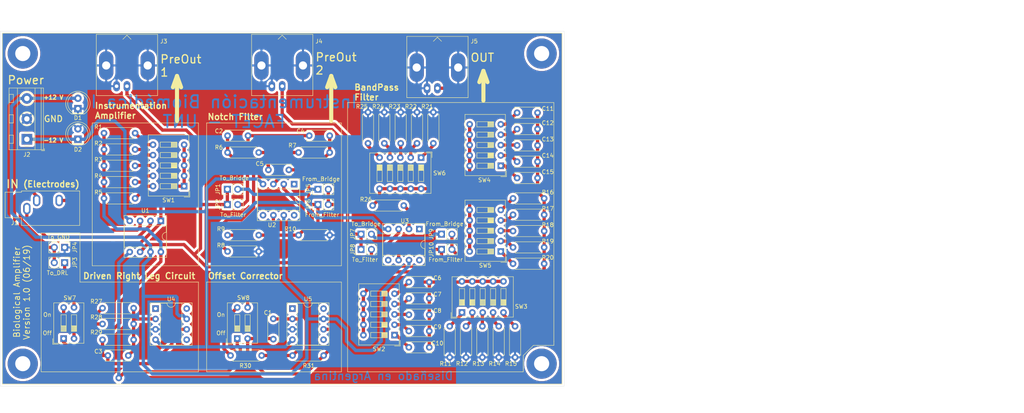
<source format=kicad_pcb>
(kicad_pcb (version 20171130) (host pcbnew 5.1.2-f72e74a~84~ubuntu18.04.1)
  (title_block (title "Amplificador Biológico Educativo") (date 2019-06-18) (rev 1.1) (company "Pizá, Alvaro Gabriel") (comment 1 "CESE - UBA") (comment 2 7maCo2018) (comment 3 "Revisores: Lucianna FA, Brengi D") (comment 4 "Licencia Creative Commons Attributions Share-Alike 4.0"))
  (layers (0 F.Cu signal hide) (31 B.Cu signal hide) (34 B.Paste user hide) (35 F.Paste user hide) (36 B.SilkS user hide) (37 F.SilkS user) (38 B.Mask user hide) (39 F.Mask user) (44 Edge.Cuts user))
  (net 0 "")
  (net 1 "Net-(C1-Pad1)")
  (net 2 "Net-(C1-Pad2)")
  (net 3 "Net-(C2-Pad1)")
  (net 4 "Net-(C2-Pad2)")
  (net 5 "Net-(C3-Pad2)")
  (net 6 "Net-(C3-Pad1)")
  (net 7 "Net-(C4-Pad1)")
  (net 8 "Net-(C5-Pad2)")
  (net 9 "Net-(C5-Pad1)")
  (net 10 "Net-(C6-Pad2)")
  (net 11 "Net-(C10-Pad1)")
  (net 12 "Net-(C7-Pad2)")
  (net 13 "Net-(C8-Pad2)")
  (net 14 "Net-(C9-Pad2)")
  (net 15 "Net-(C10-Pad2)")
  (net 16 "Net-(C11-Pad1)")
  (net 17 "Net-(C11-Pad2)")
  (net 18 "Net-(C12-Pad2)")
  (net 19 "Net-(C13-Pad2)")
  (net 20 "Net-(C14-Pad2)")
  (net 21 "Net-(C15-Pad2)")
  (net 22 GND)
  (net 23 OUT)
  (net 24 -12V)
  (net 25 +12V)
  (net 26 S1)
  (net 27 IN+)
  (net 28 DRL)
  (net 29 IN-)
  (net 30 S2)
  (net 31 "Net-(JP1-Pad2)")
  (net 32 "Net-(JP7-Pad2)")
  (net 33 "Net-(JP8-Pad2)")
  (net 34 A3)
  (net 35 "Net-(R1-Pad1)")
  (net 36 "Net-(R2-Pad1)")
  (net 37 "Net-(R5-Pad1)")
  (net 38 "Net-(R14-Pad1)")
  (net 39 "Net-(R16-Pad1)")
  (net 40 "Net-(R17-Pad1)")
  (net 41 "Net-(R18-Pad1)")
  (net 42 "Net-(R19-Pad1)")
  (net 43 "Net-(R20-Pad1)")
  (net 44 "Net-(R21-Pad1)")
  (net 45 "Net-(R22-Pad1)")
  (net 46 "Net-(R23-Pad1)")
  (net 47 "Net-(R24-Pad1)")
  (net 48 "Net-(R25-Pad1)")
  (net 49 "Net-(R26-Pad1)")
  (net 50 A2)
  (net 51 A1)
  (net 52 "Net-(U2-Pad1)")
  (net 53 "Net-(U2-Pad5)")
  (net 54 "Net-(U2-Pad8)")
  (net 55 "Net-(U3-Pad1)")
  (net 56 "Net-(U3-Pad5)")
  (net 57 "Net-(U3-Pad8)")
  (net 58 "Net-(U4-Pad8)")
  (net 59 "Net-(U4-Pad5)")
  (net 60 "Net-(U4-Pad1)")
  (net 61 "Net-(U5-Pad1)")
  (net 62 "Net-(U5-Pad5)")
  (net 63 "Net-(U5-Pad8)")
  (net 64 "Net-(R3-Pad1)")
  (net 65 "Net-(R4-Pad1)")
  (net 66 "Net-(R10-Pad1)")
  (net 67 "Net-(R11-Pad1)")
  (net 68 "Net-(R12-Pad1)")
  (net 69 "Net-(R13-Pad1)")
  (net 70 "Net-(R15-Pad1)")
  (net 71 "Net-(R26-Pad2)")
  (net 72 "Net-(R27-Pad2)")
  (net 73 "Net-(R28-Pad2)")
  (net 74 "Net-(R30-Pad2)")
  (module Connector_Coaxial:BNC_Amphenol_B6252HB-NPP3G-50_Horizontal (layer F.Cu) (at 137 64)
    (fp_text reference J5 (at 9 -11.5) (layer F.SilkS))
    (fp_text value OUT)
    (pad 2 thru_hole oval (at -2.54 0) (size 1.6 2.5) (drill 0.89) (layers *.Cu *.Mask) (net 22 GND))
    (pad 1 thru_hole oval (at 0 0) (size 1.6 2.5) (drill 0.89) (layers *.Cu *.Mask) (net 23 OUT))
    (pad 2 thru_hole oval (at 5.08 -5.08) (size 3.5 7) (drill 2.01) (layers *.Cu *.Mask) (net 22 GND))
    (pad 2 thru_hole oval (at -5.08 -5.08) (size 3.5 7) (drill 2.01) (layers *.Cu *.Mask) (net 22 GND))
  )
  (module Connector_Coaxial:BNC_Amphenol_B6252HB-NPP3G-50_Horizontal (layer F.Cu) (at 61 63.5)
    (fp_text reference J3 (at 9 -11) (layer F.SilkS))
    (fp_text value PreOUT1)
    (pad 2 thru_hole oval (at -2.54 0) (size 1.6 2.5) (drill 0.89) (layers *.Cu *.Mask) (net 22 GND))
    (pad 1 thru_hole oval (at 0 0) (size 1.6 2.5) (drill 0.89) (layers *.Cu *.Mask) (net 26 S1))
    (pad 2 thru_hole oval (at 5.08 -5.08) (size 3.5 7) (drill 2.01) (layers *.Cu *.Mask) (net 22 GND))
    (pad 2 thru_hole oval (at -5.08 -5.08) (size 3.5 7) (drill 2.01) (layers *.Cu *.Mask) (net 22 GND))
  )
  (module Connector_Coaxial:BNC_Amphenol_B6252HB-NPP3G-50_Horizontal (layer F.Cu) (at 99 63.5)
    (fp_text reference J4 (at 9 -11) (layer F.SilkS))
    (fp_text value PreOUT2)
    (pad 2 thru_hole oval (at -2.54 0) (size 1.6 2.5) (drill 0.89) (layers *.Cu *.Mask) (net 22 GND))
    (pad 1 thru_hole oval (at 0 0) (size 1.6 2.5) (drill 0.89) (layers *.Cu *.Mask) (net 30 S2))
    (pad 2 thru_hole oval (at 5.08 -5.08) (size 3.5 7) (drill 2.01) (layers *.Cu *.Mask) (net 22 GND))
    (pad 2 thru_hole oval (at -5.08 -5.08) (size 3.5 7) (drill 2.01) (layers *.Cu *.Mask) (net 22 GND))
  )
  (module LED_THT:LED_D5.0mm (layer F.Cu) (at 49 76.5 90)
    (fp_text reference D2 (at -2.5 0 180) (layer F.SilkS))
    (fp_text value "Blue Led")
    (pad 2 thru_hole circle (at 2.54 0 90) (size 1.8 1.8) (drill 0.9) (layers *.Cu *.Mask) (net 22 GND))
    (pad 1 thru_hole rect (at 0 0 90) (size 1.8 1.8) (drill 0.9) (layers *.Cu *.Mask) (net 24 -12V))
  )
  (module LED_THT:LED_D5.0mm (layer F.Cu) (at 49 69 90)
    (fp_text reference D1 (at -2.25 0 180) (layer F.SilkS))
    (fp_text value "Green Led")
    (pad 2 thru_hole circle (at 2.54 0 90) (size 1.8 1.8) (drill 0.9) (layers *.Cu *.Mask) (net 25 +12V))
    (pad 1 thru_hole rect (at 0 0 90) (size 1.8 1.8) (drill 0.9) (layers *.Cu *.Mask) (net 22 GND))
  )
  (module Connector_PinHeader_2.54mm:PinHeader_1x02_P2.54mm_Vertical (layer F.Cu) (at 118.3 99.75 90)
    (fp_text reference JP7 (at 0 -2.05 90) (layer F.SilkS))
    (fp_text value Bandpass_Bridge)
    (pad 1 thru_hole rect (at 0 0 90) (size 1.7 1.7) (drill 1) (layers *.Cu *.Mask) (net 30 S2))
    (pad 2 thru_hole oval (at 0 2.54 90) (size 1.7 1.7) (drill 1) (layers *.Cu *.Mask) (net 32 "Net-(JP7-Pad2)"))
  )
  (module Package_DIP:DIP-8_W7.62mm_Socket (layer F.Cu) (at 101.5 118)
    (fp_text reference U5 (at 3.81 -2.33) (layer F.SilkS))
    (fp_text value LM741)
    (pad 8 thru_hole oval (at 7.62 0) (size 1.6 1.6) (drill 0.8) (layers *.Cu *.Mask) (net 63 "Net-(U5-Pad8)"))
    (pad 4 thru_hole oval (at 0 7.62) (size 1.6 1.6) (drill 0.8) (layers *.Cu *.Mask) (net 24 -12V))
    (pad 7 thru_hole oval (at 7.62 2.54) (size 1.6 1.6) (drill 0.8) (layers *.Cu *.Mask) (net 25 +12V))
    (pad 3 thru_hole oval (at 0 5.08) (size 1.6 1.6) (drill 0.8) (layers *.Cu *.Mask) (net 22 GND))
    (pad 6 thru_hole oval (at 7.62 5.08) (size 1.6 1.6) (drill 0.8) (layers *.Cu *.Mask) (net 2 "Net-(C1-Pad2)"))
    (pad 2 thru_hole oval (at 0 2.54) (size 1.6 1.6) (drill 0.8) (layers *.Cu *.Mask) (net 1 "Net-(C1-Pad1)"))
    (pad 5 thru_hole oval (at 7.62 7.62) (size 1.6 1.6) (drill 0.8) (layers *.Cu *.Mask) (net 62 "Net-(U5-Pad5)"))
    (pad 1 thru_hole rect (at 0 0) (size 1.6 1.6) (drill 0.8) (layers *.Cu *.Mask) (net 61 "Net-(U5-Pad1)"))
  )
  (module Package_DIP:DIP-8_W7.62mm_Socket (layer F.Cu) (at 68 118)
    (fp_text reference U4 (at 3.81 -2.33) (layer F.SilkS))
    (fp_text value LM741)
    (pad 8 thru_hole oval (at 7.62 0) (size 1.6 1.6) (drill 0.8) (layers *.Cu *.Mask) (net 58 "Net-(U4-Pad8)"))
    (pad 4 thru_hole oval (at 0 7.62) (size 1.6 1.6) (drill 0.8) (layers *.Cu *.Mask) (net 24 -12V))
    (pad 7 thru_hole oval (at 7.62 2.54) (size 1.6 1.6) (drill 0.8) (layers *.Cu *.Mask) (net 25 +12V))
    (pad 3 thru_hole oval (at 0 5.08) (size 1.6 1.6) (drill 0.8) (layers *.Cu *.Mask) (net 22 GND))
    (pad 6 thru_hole oval (at 7.62 5.08) (size 1.6 1.6) (drill 0.8) (layers *.Cu *.Mask) (net 6 "Net-(C3-Pad1)"))
    (pad 2 thru_hole oval (at 0 2.54) (size 1.6 1.6) (drill 0.8) (layers *.Cu *.Mask) (net 5 "Net-(C3-Pad2)"))
    (pad 5 thru_hole oval (at 7.62 7.62) (size 1.6 1.6) (drill 0.8) (layers *.Cu *.Mask) (net 59 "Net-(U4-Pad5)"))
    (pad 1 thru_hole rect (at 0 0) (size 1.6 1.6) (drill 0.8) (layers *.Cu *.Mask) (net 60 "Net-(U4-Pad1)"))
  )
  (module Package_DIP:DIP-8_W7.62mm_Socket (layer F.Cu) (at 132.575 98.5 270)
    (fp_text reference U3 (at -2 3.575 180) (layer F.SilkS))
    (fp_text value LM741)
    (pad 8 thru_hole oval (at 7.62 0 270) (size 1.6 1.6) (drill 0.8) (layers *.Cu *.Mask) (net 57 "Net-(U3-Pad8)"))
    (pad 4 thru_hole oval (at 0 7.62 270) (size 1.6 1.6) (drill 0.8) (layers *.Cu *.Mask) (net 24 -12V))
    (pad 7 thru_hole oval (at 7.62 2.54 270) (size 1.6 1.6) (drill 0.8) (layers *.Cu *.Mask) (net 25 +12V))
    (pad 3 thru_hole oval (at 0 5.08 270) (size 1.6 1.6) (drill 0.8) (layers *.Cu *.Mask) (net 11 "Net-(C10-Pad1)"))
    (pad 6 thru_hole oval (at 7.62 5.08 270) (size 1.6 1.6) (drill 0.8) (layers *.Cu *.Mask) (net 16 "Net-(C11-Pad1)"))
    (pad 2 thru_hole oval (at 0 2.54 270) (size 1.6 1.6) (drill 0.8) (layers *.Cu *.Mask) (net 49 "Net-(R26-Pad1)"))
    (pad 5 thru_hole oval (at 7.62 7.62 270) (size 1.6 1.6) (drill 0.8) (layers *.Cu *.Mask) (net 56 "Net-(U3-Pad5)"))
    (pad 1 thru_hole rect (at 0 0 270) (size 1.6 1.6) (drill 0.8) (layers *.Cu *.Mask) (net 55 "Net-(U3-Pad1)"))
  )
  (module Package_DIP:DIP-8_W7.62mm_Socket (layer F.Cu) (at 101.925 87.5 270)
    (fp_text reference U2 (at 10 5.425 180) (layer F.SilkS))
    (fp_text value LM741)
    (pad 8 thru_hole oval (at 7.62 0 270) (size 1.6 1.6) (drill 0.8) (layers *.Cu *.Mask) (net 54 "Net-(U2-Pad8)"))
    (pad 4 thru_hole oval (at 0 7.62 270) (size 1.6 1.6) (drill 0.8) (layers *.Cu *.Mask) (net 24 -12V))
    (pad 7 thru_hole oval (at 7.62 2.54 270) (size 1.6 1.6) (drill 0.8) (layers *.Cu *.Mask) (net 25 +12V))
    (pad 3 thru_hole oval (at 0 5.08 270) (size 1.6 1.6) (drill 0.8) (layers *.Cu *.Mask) (net 7 "Net-(C4-Pad1)"))
    (pad 6 thru_hole oval (at 7.62 5.08 270) (size 1.6 1.6) (drill 0.8) (layers *.Cu *.Mask) (net 9 "Net-(C5-Pad1)"))
    (pad 2 thru_hole oval (at 0 2.54 270) (size 1.6 1.6) (drill 0.8) (layers *.Cu *.Mask) (net 66 "Net-(R10-Pad1)"))
    (pad 5 thru_hole oval (at 7.62 7.62 270) (size 1.6 1.6) (drill 0.8) (layers *.Cu *.Mask) (net 53 "Net-(U2-Pad5)"))
    (pad 1 thru_hole rect (at 0 0 270) (size 1.6 1.6) (drill 0.8) (layers *.Cu *.Mask) (net 52 "Net-(U2-Pad1)"))
  )
  (module Package_DIP:DIP-8_W7.62mm_Socket (layer F.Cu) (at 69.3 96.5 270)
    (fp_text reference U1 (at -2.5 3.8 180) (layer F.SilkS))
    (fp_text value AD620)
    (pad 8 thru_hole oval (at 7.62 0 270) (size 1.6 1.6) (drill 0.8) (layers *.Cu *.Mask) (net 34 A3))
    (pad 4 thru_hole oval (at 0 7.62 270) (size 1.6 1.6) (drill 0.8) (layers *.Cu *.Mask) (net 24 -12V))
    (pad 7 thru_hole oval (at 7.62 2.54 270) (size 1.6 1.6) (drill 0.8) (layers *.Cu *.Mask) (net 25 +12V))
    (pad 3 thru_hole oval (at 0 5.08 270) (size 1.6 1.6) (drill 0.8) (layers *.Cu *.Mask) (net 27 IN+))
    (pad 6 thru_hole oval (at 7.62 5.08 270) (size 1.6 1.6) (drill 0.8) (layers *.Cu *.Mask) (net 26 S1))
    (pad 2 thru_hole oval (at 0 2.54 270) (size 1.6 1.6) (drill 0.8) (layers *.Cu *.Mask) (net 29 IN-))
    (pad 5 thru_hole oval (at 7.62 7.62 270) (size 1.6 1.6) (drill 0.8) (layers *.Cu *.Mask) (net 51 A1))
    (pad 1 thru_hole rect (at 0 0 270) (size 1.6 1.6) (drill 0.8) (layers *.Cu *.Mask) (net 50 A2))
  )
  (module MountingHole:MountingHole_3.7mm_Pad (layer F.Cu) (at 35.5 131.5)
    (fp_text reference H104 hide)
    (fp_text value MountingHole)
    (pad 1 thru_hole circle (at 0 0) (size 7.4 7.4) (drill 3.7) (layers *.Cu *.Mask))
  )
  (module MountingHole:MountingHole_3.7mm_Pad (layer F.Cu) (at 35.5 55.5)
    (fp_text reference H103 hide)
    (fp_text value MountingHole)
    (pad 1 thru_hole circle (at 0 0) (size 7.4 7.4) (drill 3.7) (layers *.Cu *.Mask))
  )
  (module MountingHole:MountingHole_3.7mm_Pad (layer F.Cu) (at 162.5 131.5)
    (fp_text reference H102 hide)
    (fp_text value MountingHole)
    (pad 1 thru_hole circle (at 0 0) (size 7.4 7.4) (drill 3.7) (layers *.Cu *.Mask))
  )
  (module MountingHole:MountingHole_3.7mm_Pad (layer F.Cu) (at 162.5 55.5)
    (fp_text reference H101 hide)
    (fp_text value MountingHole)
    (pad 1 thru_hole circle (at 0 0) (size 7.4 7.4) (drill 3.7) (layers *.Cu *.Mask))
  )
  (module Resistor_THT:R_Axial_DIN0207_L6.3mm_D2.5mm_P7.62mm_Horizontal (layer F.Cu) (at 120 77.5 90)
    (fp_text reference R25 (at 9 -1.5 180) (layer F.SilkS))
    (fp_text value R)
    (pad 2 thru_hole oval (at 7.62 0 90) (size 1.6 1.6) (drill 0.8) (layers *.Cu *.Mask) (net 22 GND))
    (pad 1 thru_hole circle (at 0 0 90) (size 1.6 1.6) (drill 0.8) (layers *.Cu *.Mask) (net 48 "Net-(R25-Pad1)"))
  )
  (module Resistor_THT:R_Axial_DIN0207_L6.3mm_D2.5mm_P7.62mm_Horizontal (layer F.Cu) (at 124 77.5 90)
    (fp_text reference R24 (at 9 -1.5 180) (layer F.SilkS))
    (fp_text value R)
    (pad 2 thru_hole oval (at 7.62 0 90) (size 1.6 1.6) (drill 0.8) (layers *.Cu *.Mask) (net 22 GND))
    (pad 1 thru_hole circle (at 0 0 90) (size 1.6 1.6) (drill 0.8) (layers *.Cu *.Mask) (net 47 "Net-(R24-Pad1)"))
  )
  (module Resistor_THT:R_Axial_DIN0207_L6.3mm_D2.5mm_P7.62mm_Horizontal (layer F.Cu) (at 132 77.5 90)
    (fp_text reference R22 (at 9 -1.5 180) (layer F.SilkS))
    (fp_text value R)
    (pad 2 thru_hole oval (at 7.62 0 90) (size 1.6 1.6) (drill 0.8) (layers *.Cu *.Mask) (net 22 GND))
    (pad 1 thru_hole circle (at 0 0 90) (size 1.6 1.6) (drill 0.8) (layers *.Cu *.Mask) (net 45 "Net-(R22-Pad1)"))
  )
  (module Resistor_THT:R_Axial_DIN0207_L6.3mm_D2.5mm_P7.62mm_Horizontal (layer F.Cu) (at 136 77.5 90)
    (fp_text reference R21 (at 9 -1.5 180) (layer F.SilkS))
    (fp_text value R)
    (pad 2 thru_hole oval (at 7.62 0 90) (size 1.6 1.6) (drill 0.8) (layers *.Cu *.Mask) (net 22 GND))
    (pad 1 thru_hole circle (at 0 0 90) (size 1.6 1.6) (drill 0.8) (layers *.Cu *.Mask) (net 44 "Net-(R21-Pad1)"))
  )
  (module Resistor_THT:R_Axial_DIN0207_L6.3mm_D2.5mm_P7.62mm_Horizontal (layer F.Cu) (at 156 122.33 270)
    (fp_text reference R15 (at 9.17 1 180) (layer F.SilkS))
    (fp_text value R)
    (pad 2 thru_hole oval (at 7.62 0 270) (size 1.6 1.6) (drill 0.8) (layers *.Cu *.Mask) (net 22 GND))
    (pad 1 thru_hole circle (at 0 0 270) (size 1.6 1.6) (drill 0.8) (layers *.Cu *.Mask) (net 70 "Net-(R15-Pad1)"))
  )
  (module Resistor_THT:R_Axial_DIN0207_L6.3mm_D2.5mm_P7.62mm_Horizontal (layer F.Cu) (at 155.5 107)
    (fp_text reference R20 (at 8.5 -1.5) (layer F.SilkS))
    (fp_text value R)
    (pad 2 thru_hole oval (at 7.62 0) (size 1.6 1.6) (drill 0.8) (layers *.Cu *.Mask) (net 16 "Net-(C11-Pad1)"))
    (pad 1 thru_hole circle (at 0 0) (size 1.6 1.6) (drill 0.8) (layers *.Cu *.Mask) (net 43 "Net-(R20-Pad1)"))
  )
  (module Resistor_THT:R_Axial_DIN0207_L6.3mm_D2.5mm_P7.62mm_Horizontal (layer F.Cu) (at 155.5 103)
    (fp_text reference R19 (at 8.5 -1.5) (layer F.SilkS))
    (fp_text value R)
    (pad 2 thru_hole oval (at 7.62 0) (size 1.6 1.6) (drill 0.8) (layers *.Cu *.Mask) (net 16 "Net-(C11-Pad1)"))
    (pad 1 thru_hole circle (at 0 0) (size 1.6 1.6) (drill 0.8) (layers *.Cu *.Mask) (net 42 "Net-(R19-Pad1)"))
  )
  (module Resistor_THT:R_Axial_DIN0207_L6.3mm_D2.5mm_P7.62mm_Horizontal (layer F.Cu) (at 155.5 99)
    (fp_text reference R18 (at 8.5 -1.5) (layer F.SilkS))
    (fp_text value R)
    (pad 2 thru_hole oval (at 7.62 0) (size 1.6 1.6) (drill 0.8) (layers *.Cu *.Mask) (net 16 "Net-(C11-Pad1)"))
    (pad 1 thru_hole circle (at 0 0) (size 1.6 1.6) (drill 0.8) (layers *.Cu *.Mask) (net 41 "Net-(R18-Pad1)"))
  )
  (module Resistor_THT:R_Axial_DIN0207_L6.3mm_D2.5mm_P7.62mm_Horizontal (layer F.Cu) (at 155.5 95)
    (fp_text reference R17 (at 8.5 -1.5) (layer F.SilkS))
    (fp_text value R)
    (pad 2 thru_hole oval (at 7.62 0) (size 1.6 1.6) (drill 0.8) (layers *.Cu *.Mask) (net 16 "Net-(C11-Pad1)"))
    (pad 1 thru_hole circle (at 0 0) (size 1.6 1.6) (drill 0.8) (layers *.Cu *.Mask) (net 40 "Net-(R17-Pad1)"))
  )
  (module Resistor_THT:R_Axial_DIN0207_L6.3mm_D2.5mm_P7.62mm_Horizontal (layer F.Cu) (at 155.5 91)
    (fp_text reference R16 (at 8.5 -1.5) (layer F.SilkS))
    (fp_text value R)
    (pad 2 thru_hole oval (at 7.62 0) (size 1.6 1.6) (drill 0.8) (layers *.Cu *.Mask) (net 16 "Net-(C11-Pad1)"))
    (pad 1 thru_hole circle (at 0 0) (size 1.6 1.6) (drill 0.8) (layers *.Cu *.Mask) (net 39 "Net-(R16-Pad1)"))
  )
  (module Resistor_THT:R_Axial_DIN0207_L6.3mm_D2.5mm_P7.62mm_Horizontal (layer F.Cu) (at 152 122.33 270)
    (fp_text reference R14 (at 9.17 1 180) (layer F.SilkS))
    (fp_text value R)
    (pad 2 thru_hole oval (at 7.62 0 270) (size 1.6 1.6) (drill 0.8) (layers *.Cu *.Mask) (net 22 GND))
    (pad 1 thru_hole circle (at 0 0 270) (size 1.6 1.6) (drill 0.8) (layers *.Cu *.Mask) (net 38 "Net-(R14-Pad1)"))
  )
  (module Resistor_THT:R_Axial_DIN0207_L6.3mm_D2.5mm_P7.62mm_Horizontal (layer F.Cu) (at 148 122.33 270)
    (fp_text reference R13 (at 9.17 1 180) (layer F.SilkS))
    (fp_text value R)
    (pad 2 thru_hole oval (at 7.62 0 270) (size 1.6 1.6) (drill 0.8) (layers *.Cu *.Mask) (net 22 GND))
    (pad 1 thru_hole circle (at 0 0 270) (size 1.6 1.6) (drill 0.8) (layers *.Cu *.Mask) (net 69 "Net-(R13-Pad1)"))
  )
  (module Resistor_THT:R_Axial_DIN0207_L6.3mm_D2.5mm_P7.62mm_Horizontal (layer F.Cu) (at 144 122.33 270)
    (fp_text reference R12 (at 9.17 1 180) (layer F.SilkS))
    (fp_text value R)
    (pad 2 thru_hole oval (at 7.62 0 270) (size 1.6 1.6) (drill 0.8) (layers *.Cu *.Mask) (net 22 GND))
    (pad 1 thru_hole circle (at 0 0 270) (size 1.6 1.6) (drill 0.8) (layers *.Cu *.Mask) (net 68 "Net-(R12-Pad1)"))
  )
  (module Resistor_THT:R_Axial_DIN0207_L6.3mm_D2.5mm_P7.62mm_Horizontal (layer F.Cu) (at 128.75 92.75 180)
    (fp_text reference R26 (at 9.25 1.5) (layer F.SilkS))
    (fp_text value R)
    (pad 2 thru_hole oval (at 7.62 0 180) (size 1.6 1.6) (drill 0.8) (layers *.Cu *.Mask) (net 71 "Net-(R26-Pad2)"))
    (pad 1 thru_hole circle (at 0 0 180) (size 1.6 1.6) (drill 0.8) (layers *.Cu *.Mask) (net 49 "Net-(R26-Pad1)"))
  )
  (module Resistor_THT:R_Axial_DIN0207_L6.3mm_D2.5mm_P7.62mm_Horizontal (layer F.Cu) (at 140 122.33 270)
    (fp_text reference R11 (at 9.17 1 180) (layer F.SilkS))
    (fp_text value R)
    (pad 2 thru_hole oval (at 7.62 0 270) (size 1.6 1.6) (drill 0.8) (layers *.Cu *.Mask) (net 22 GND))
    (pad 1 thru_hole circle (at 0 0 270) (size 1.6 1.6) (drill 0.8) (layers *.Cu *.Mask) (net 67 "Net-(R11-Pad1)"))
  )
  (module Resistor_THT:R_Axial_DIN0207_L6.3mm_D2.5mm_P7.62mm_Horizontal (layer F.Cu) (at 128 77.5 90)
    (fp_text reference R23 (at 9 -1.5 180) (layer F.SilkS))
    (fp_text value R)
    (pad 2 thru_hole oval (at 7.62 0 90) (size 1.6 1.6) (drill 0.8) (layers *.Cu *.Mask) (net 22 GND))
    (pad 1 thru_hole circle (at 0 0 90) (size 1.6 1.6) (drill 0.8) (layers *.Cu *.Mask) (net 46 "Net-(R23-Pad1)"))
  )
  (module Resistor_THT:R_Axial_DIN0207_L6.3mm_D2.5mm_P7.62mm_Horizontal (layer F.Cu) (at 85.63 100)
    (fp_text reference R9 (at -1.63 -1.5) (layer F.SilkS))
    (fp_text value 1.8K)
    (pad 2 thru_hole oval (at 7.62 0) (size 1.6 1.6) (drill 0.8) (layers *.Cu *.Mask) (net 66 "Net-(R10-Pad1)"))
    (pad 1 thru_hole circle (at 0 0) (size 1.6 1.6) (drill 0.8) (layers *.Cu *.Mask) (net 9 "Net-(C5-Pad1)"))
  )
  (module Resistor_THT:R_Axial_DIN0207_L6.3mm_D2.5mm_P7.62mm_Horizontal (layer F.Cu) (at 103 100)
    (fp_text reference R10 (at -2 -1.5) (layer F.SilkS))
    (fp_text value 2.2K)
    (pad 2 thru_hole oval (at 7.62 0) (size 1.6 1.6) (drill 0.8) (layers *.Cu *.Mask) (net 22 GND))
    (pad 1 thru_hole circle (at 0 0) (size 1.6 1.6) (drill 0.8) (layers *.Cu *.Mask) (net 66 "Net-(R10-Pad1)"))
  )
  (module Resistor_THT:R_Axial_DIN0207_L6.3mm_D2.5mm_P7.62mm_Horizontal (layer F.Cu) (at 110.62 79.75 180)
    (fp_text reference R7 (at 9.12 1.75) (layer F.SilkS))
    (fp_text value 3.3K)
    (pad 2 thru_hole oval (at 7.62 0 180) (size 1.6 1.6) (drill 0.8) (layers *.Cu *.Mask) (net 8 "Net-(C5-Pad2)"))
    (pad 1 thru_hole circle (at 0 0 180) (size 1.6 1.6) (drill 0.8) (layers *.Cu *.Mask) (net 7 "Net-(C4-Pad1)"))
  )
  (module Resistor_THT:R_Axial_DIN0207_L6.3mm_D2.5mm_P7.62mm_Horizontal (layer F.Cu) (at 85.63 104)
    (fp_text reference R8 (at -1.63 -1.5) (layer F.SilkS))
    (fp_text value 1.8K)
    (pad 2 thru_hole oval (at 7.62 0) (size 1.6 1.6) (drill 0.8) (layers *.Cu *.Mask) (net 22 GND))
    (pad 1 thru_hole circle (at 0 0) (size 1.6 1.6) (drill 0.8) (layers *.Cu *.Mask) (net 3 "Net-(C2-Pad1)"))
  )
  (module Resistor_THT:R_Axial_DIN0207_L6.3mm_D2.5mm_P7.62mm_Horizontal (layer F.Cu) (at 55.015 125.633332)
    (fp_text reference R29 (at -1.515 -1.833332) (layer F.SilkS))
    (fp_text value 470K)
    (pad 2 thru_hole oval (at 7.62 0) (size 1.6 1.6) (drill 0.8) (layers *.Cu *.Mask) (net 5 "Net-(C3-Pad2)"))
    (pad 1 thru_hole circle (at 0 0) (size 1.6 1.6) (drill 0.8) (layers *.Cu *.Mask) (net 6 "Net-(C3-Pad1)"))
  )
  (module Resistor_THT:R_Axial_DIN0207_L6.3mm_D2.5mm_P7.62mm_Horizontal (layer F.Cu) (at 93.25 79.75 180)
    (fp_text reference R6 (at 9.75 1.25) (layer F.SilkS))
    (fp_text value 3.3K)
    (pad 2 thru_hole oval (at 7.62 0 180) (size 1.6 1.6) (drill 0.8) (layers *.Cu *.Mask) (net 4 "Net-(C2-Pad2)"))
    (pad 1 thru_hole circle (at 0 0 180) (size 1.6 1.6) (drill 0.8) (layers *.Cu *.Mask) (net 8 "Net-(C5-Pad2)"))
  )
  (module Resistor_THT:R_Axial_DIN0207_L6.3mm_D2.5mm_P7.62mm_Horizontal (layer F.Cu) (at 63 91 180)
    (fp_text reference R5 (at 9 1.5) (layer F.SilkS))
    (fp_text value R)
    (pad 2 thru_hole oval (at 7.62 0 180) (size 1.6 1.6) (drill 0.8) (layers *.Cu *.Mask) (net 34 A3))
    (pad 1 thru_hole circle (at 0 0 180) (size 1.6 1.6) (drill 0.8) (layers *.Cu *.Mask) (net 37 "Net-(R5-Pad1)"))
  )
  (module Resistor_THT:R_Axial_DIN0207_L6.3mm_D2.5mm_P7.62mm_Horizontal (layer F.Cu) (at 63 87 180)
    (fp_text reference R4 (at 9 1.5) (layer F.SilkS))
    (fp_text value R)
    (pad 2 thru_hole oval (at 7.62 0 180) (size 1.6 1.6) (drill 0.8) (layers *.Cu *.Mask) (net 34 A3))
    (pad 1 thru_hole circle (at 0 0 180) (size 1.6 1.6) (drill 0.8) (layers *.Cu *.Mask) (net 65 "Net-(R4-Pad1)"))
  )
  (module Resistor_THT:R_Axial_DIN0207_L6.3mm_D2.5mm_P7.62mm_Horizontal (layer F.Cu) (at 101.53 129.5)
    (fp_text reference R31 (at 3.97 2.5) (layer F.SilkS))
    (fp_text value 10K)
    (pad 2 thru_hole oval (at 7.62 0) (size 1.6 1.6) (drill 0.8) (layers *.Cu *.Mask) (net 2 "Net-(C1-Pad2)"))
    (pad 1 thru_hole circle (at 0 0) (size 1.6 1.6) (drill 0.8) (layers *.Cu *.Mask) (net 1 "Net-(C1-Pad1)"))
  )
  (module Resistor_THT:R_Axial_DIN0207_L6.3mm_D2.5mm_P7.62mm_Horizontal (layer F.Cu) (at 93.97 129.5 180)
    (fp_text reference R30 (at 3.97 -2.5) (layer F.SilkS))
    (fp_text value 150K)
    (pad 2 thru_hole oval (at 7.62 0 180) (size 1.6 1.6) (drill 0.8) (layers *.Cu *.Mask) (net 74 "Net-(R30-Pad2)"))
    (pad 1 thru_hole circle (at 0 0 180) (size 1.6 1.6) (drill 0.8) (layers *.Cu *.Mask) (net 1 "Net-(C1-Pad1)"))
  )
  (module Resistor_THT:R_Axial_DIN0207_L6.3mm_D2.5mm_P7.62mm_Horizontal (layer F.Cu) (at 63 83 180)
    (fp_text reference R3 (at 9 1.5) (layer F.SilkS))
    (fp_text value R)
    (pad 2 thru_hole oval (at 7.62 0 180) (size 1.6 1.6) (drill 0.8) (layers *.Cu *.Mask) (net 34 A3))
    (pad 1 thru_hole circle (at 0 0 180) (size 1.6 1.6) (drill 0.8) (layers *.Cu *.Mask) (net 64 "Net-(R3-Pad1)"))
  )
  (module Resistor_THT:R_Axial_DIN0207_L6.3mm_D2.5mm_P7.62mm_Horizontal (layer F.Cu) (at 62.635 121.766666 180)
    (fp_text reference R28 (at 9.135 1.666666) (layer F.SilkS))
    (fp_text value 22K)
    (pad 2 thru_hole oval (at 7.62 0 180) (size 1.6 1.6) (drill 0.8) (layers *.Cu *.Mask) (net 73 "Net-(R28-Pad2)"))
    (pad 1 thru_hole circle (at 0 0 180) (size 1.6 1.6) (drill 0.8) (layers *.Cu *.Mask) (net 5 "Net-(C3-Pad2)"))
  )
  (module Resistor_THT:R_Axial_DIN0207_L6.3mm_D2.5mm_P7.62mm_Horizontal (layer F.Cu) (at 62.635 117.9 180)
    (fp_text reference R27 (at 9.135 1.65) (layer F.SilkS))
    (fp_text value 22K)
    (pad 2 thru_hole oval (at 7.62 0 180) (size 1.6 1.6) (drill 0.8) (layers *.Cu *.Mask) (net 72 "Net-(R27-Pad2)"))
    (pad 1 thru_hole circle (at 0 0 180) (size 1.6 1.6) (drill 0.8) (layers *.Cu *.Mask) (net 5 "Net-(C3-Pad2)"))
  )
  (module Resistor_THT:R_Axial_DIN0207_L6.3mm_D2.5mm_P7.62mm_Horizontal (layer F.Cu) (at 63 79 180)
    (fp_text reference R2 (at 9 1.5) (layer F.SilkS))
    (fp_text value R)
    (pad 2 thru_hole oval (at 7.62 0 180) (size 1.6 1.6) (drill 0.8) (layers *.Cu *.Mask) (net 34 A3))
    (pad 1 thru_hole circle (at 0 0 180) (size 1.6 1.6) (drill 0.8) (layers *.Cu *.Mask) (net 36 "Net-(R2-Pad1)"))
  )
  (module Resistor_THT:R_Axial_DIN0207_L6.3mm_D2.5mm_P7.62mm_Horizontal (layer F.Cu) (at 63 75 180)
    (fp_text reference R1 (at 9 1.5) (layer F.SilkS))
    (fp_text value R)
    (pad 2 thru_hole oval (at 7.62 0 180) (size 1.6 1.6) (drill 0.8) (layers *.Cu *.Mask) (net 34 A3))
    (pad 1 thru_hole circle (at 0 0 180) (size 1.6 1.6) (drill 0.8) (layers *.Cu *.Mask) (net 35 "Net-(R1-Pad1)"))
  )
  (module Capacitor_THT:C_Disc_D6.0mm_W2.5mm_P5.00mm (layer F.Cu) (at 96.825 120.5 270)
    (fp_text reference C1 (at -1.5 1.325 180) (layer F.SilkS))
    (fp_text value 1uF)
    (pad 1 thru_hole circle (at 0 0 270) (size 1.6 1.6) (drill 0.8) (layers *.Cu *.Mask) (net 1 "Net-(C1-Pad1)"))
    (pad 2 thru_hole circle (at 5 0 270) (size 1.6 1.6) (drill 0.8) (layers *.Cu *.Mask) (net 2 "Net-(C1-Pad2)"))
  )
  (module Capacitor_THT:C_Disc_D6.0mm_W2.5mm_P5.00mm (layer F.Cu) (at 90.63 75.625 180)
    (fp_text reference C2 (at 7.13 1.125) (layer F.SilkS))
    (fp_text value 1uF)
    (pad 1 thru_hole circle (at 0 0 180) (size 1.6 1.6) (drill 0.8) (layers *.Cu *.Mask) (net 3 "Net-(C2-Pad1)"))
    (pad 2 thru_hole circle (at 5 0 180) (size 1.6 1.6) (drill 0.8) (layers *.Cu *.Mask) (net 4 "Net-(C2-Pad2)"))
  )
  (module Capacitor_THT:C_Disc_D6.0mm_W2.5mm_P5.00mm (layer F.Cu) (at 56.325 129.5)
    (fp_text reference C3 (at -2.325 -1) (layer F.SilkS))
    (fp_text value 100nF)
    (pad 1 thru_hole circle (at 0 0) (size 1.6 1.6) (drill 0.8) (layers *.Cu *.Mask) (net 6 "Net-(C3-Pad1)"))
    (pad 2 thru_hole circle (at 5 0) (size 1.6 1.6) (drill 0.8) (layers *.Cu *.Mask) (net 5 "Net-(C3-Pad2)"))
  )
  (module Capacitor_THT:C_Disc_D6.0mm_W2.5mm_P5.00mm (layer F.Cu) (at 110.62 75.625 180)
    (fp_text reference C4 (at 7.12 1.125) (layer F.SilkS))
    (fp_text value 1uF)
    (pad 1 thru_hole circle (at 0 0 180) (size 1.6 1.6) (drill 0.8) (layers *.Cu *.Mask) (net 7 "Net-(C4-Pad1)"))
    (pad 2 thru_hole circle (at 5 0 180) (size 1.6 1.6) (drill 0.8) (layers *.Cu *.Mask) (net 3 "Net-(C2-Pad1)"))
  )
  (module Capacitor_THT:C_Disc_D6.0mm_W2.5mm_P5.00mm (layer F.Cu) (at 100.625 84 180)
    (fp_text reference C5 (at 7.13 1.5) (layer F.SilkS))
    (fp_text value 2uF)
    (pad 2 thru_hole circle (at 5 0 180) (size 1.6 1.6) (drill 0.8) (layers *.Cu *.Mask) (net 8 "Net-(C5-Pad2)"))
    (pad 1 thru_hole circle (at 0 0 180) (size 1.6 1.6) (drill 0.8) (layers *.Cu *.Mask) (net 9 "Net-(C5-Pad1)"))
  )
  (module Capacitor_THT:C_Disc_D6.0mm_W2.5mm_P5.00mm (layer F.Cu) (at 135 111.5 180)
    (fp_text reference C6 (at -2 1) (layer F.SilkS))
    (fp_text value C)
    (pad 2 thru_hole circle (at 5 0 180) (size 1.6 1.6) (drill 0.8) (layers *.Cu *.Mask) (net 10 "Net-(C6-Pad2)"))
    (pad 1 thru_hole circle (at 0 0 180) (size 1.6 1.6) (drill 0.8) (layers *.Cu *.Mask) (net 11 "Net-(C10-Pad1)"))
  )
  (module Capacitor_THT:C_Disc_D6.0mm_W2.5mm_P5.00mm (layer F.Cu) (at 135 115.5 180)
    (fp_text reference C7 (at -2 1) (layer F.SilkS))
    (fp_text value C)
    (pad 1 thru_hole circle (at 0 0 180) (size 1.6 1.6) (drill 0.8) (layers *.Cu *.Mask) (net 11 "Net-(C10-Pad1)"))
    (pad 2 thru_hole circle (at 5 0 180) (size 1.6 1.6) (drill 0.8) (layers *.Cu *.Mask) (net 12 "Net-(C7-Pad2)"))
  )
  (module Capacitor_THT:C_Disc_D6.0mm_W2.5mm_P5.00mm (layer F.Cu) (at 135 119.5 180)
    (fp_text reference C8 (at -2 1) (layer F.SilkS))
    (fp_text value C)
    (pad 1 thru_hole circle (at 0 0 180) (size 1.6 1.6) (drill 0.8) (layers *.Cu *.Mask) (net 11 "Net-(C10-Pad1)"))
    (pad 2 thru_hole circle (at 5 0 180) (size 1.6 1.6) (drill 0.8) (layers *.Cu *.Mask) (net 13 "Net-(C8-Pad2)"))
  )
  (module Capacitor_THT:C_Disc_D6.0mm_W2.5mm_P5.00mm (layer F.Cu) (at 135 123.5 180)
    (fp_text reference C9 (at -2 1) (layer F.SilkS))
    (fp_text value C)
    (pad 2 thru_hole circle (at 5 0 180) (size 1.6 1.6) (drill 0.8) (layers *.Cu *.Mask) (net 14 "Net-(C9-Pad2)"))
    (pad 1 thru_hole circle (at 0 0 180) (size 1.6 1.6) (drill 0.8) (layers *.Cu *.Mask) (net 11 "Net-(C10-Pad1)"))
  )
  (module Capacitor_THT:C_Disc_D6.0mm_W2.5mm_P5.00mm (layer F.Cu) (at 135 127.5 180)
    (fp_text reference C10 (at -2 1) (layer F.SilkS))
    (fp_text value C)
    (pad 2 thru_hole circle (at 5 0 180) (size 1.6 1.6) (drill 0.8) (layers *.Cu *.Mask) (net 15 "Net-(C10-Pad2)"))
    (pad 1 thru_hole circle (at 0 0 180) (size 1.6 1.6) (drill 0.8) (layers *.Cu *.Mask) (net 11 "Net-(C10-Pad1)"))
  )
  (module Capacitor_THT:C_Disc_D6.0mm_W2.5mm_P5.00mm (layer F.Cu) (at 161.5 70 180)
    (fp_text reference C11 (at -2.5 1) (layer F.SilkS))
    (fp_text value C)
    (pad 1 thru_hole circle (at 0 0 180) (size 1.6 1.6) (drill 0.8) (layers *.Cu *.Mask) (net 16 "Net-(C11-Pad1)"))
    (pad 2 thru_hole circle (at 5 0 180) (size 1.6 1.6) (drill 0.8) (layers *.Cu *.Mask) (net 17 "Net-(C11-Pad2)"))
  )
  (module Capacitor_THT:C_Disc_D6.0mm_W2.5mm_P5.00mm (layer F.Cu) (at 161.5 74 180)
    (fp_text reference C12 (at -2.5 1.5) (layer F.SilkS))
    (fp_text value C)
    (pad 1 thru_hole circle (at 0 0 180) (size 1.6 1.6) (drill 0.8) (layers *.Cu *.Mask) (net 16 "Net-(C11-Pad1)"))
    (pad 2 thru_hole circle (at 5 0 180) (size 1.6 1.6) (drill 0.8) (layers *.Cu *.Mask) (net 18 "Net-(C12-Pad2)"))
  )
  (module Capacitor_THT:C_Disc_D6.0mm_W2.5mm_P5.00mm (layer F.Cu) (at 161.5 78 180)
    (fp_text reference C13 (at -2.5 1.5) (layer F.SilkS))
    (fp_text value C)
    (pad 2 thru_hole circle (at 5 0 180) (size 1.6 1.6) (drill 0.8) (layers *.Cu *.Mask) (net 19 "Net-(C13-Pad2)"))
    (pad 1 thru_hole circle (at 0 0 180) (size 1.6 1.6) (drill 0.8) (layers *.Cu *.Mask) (net 16 "Net-(C11-Pad1)"))
  )
  (module Capacitor_THT:C_Disc_D6.0mm_W2.5mm_P5.00mm (layer F.Cu) (at 161.5 82 180)
    (fp_text reference C14 (at -2.5 1.5) (layer F.SilkS))
    (fp_text value C)
    (pad 1 thru_hole circle (at 0 0 180) (size 1.6 1.6) (drill 0.8) (layers *.Cu *.Mask) (net 16 "Net-(C11-Pad1)"))
    (pad 2 thru_hole circle (at 5 0 180) (size 1.6 1.6) (drill 0.8) (layers *.Cu *.Mask) (net 20 "Net-(C14-Pad2)"))
  )
  (module Capacitor_THT:C_Disc_D6.0mm_W2.5mm_P5.00mm (layer F.Cu) (at 161.5 86 180)
    (fp_text reference C15 (at -2.5 1.5) (layer F.SilkS))
    (fp_text value C)
    (pad 2 thru_hole circle (at 5 0 180) (size 1.6 1.6) (drill 0.8) (layers *.Cu *.Mask) (net 21 "Net-(C15-Pad2)"))
    (pad 1 thru_hole circle (at 0 0 180) (size 1.6 1.6) (drill 0.8) (layers *.Cu *.Mask) (net 16 "Net-(C11-Pad1)"))
  )
  (module TerminalBlock_MetzConnect:TerminalBlock_MetzConnect_Type094_RT03503HBLU_1x03_P5.00mm_Horizontal (layer F.Cu) (at 36.5 76.5 90)
    (fp_text reference J2 (at -3.75 0 180) (layer F.SilkS))
    (fp_text value Power)
    (pad 1 thru_hole rect (at 0 0 90) (size 2.6 2.6) (drill 1.3) (layers *.Cu *.Mask) (net 24 -12V))
    (pad 2 thru_hole circle (at 5 0 90) (size 2.6 2.6) (drill 1.3) (layers *.Cu *.Mask) (net 22 GND))
    (pad 3 thru_hole circle (at 10 0 90) (size 2.6 2.6) (drill 1.3) (layers *.Cu *.Mask) (net 25 +12V))
  )
  (module Connector_Audio:Jack_3.5mm_CUI_SJ1-3533NG_Horizontal (layer F.Cu) (at 36.5 93.5 90)
    (fp_text reference J1 (at -3.5 -3 180) (layer F.SilkS))
    (fp_text value Electrodes)
    (pad S thru_hole oval (at 0 0 90) (size 2.8 1.8) (drill oval 2 1) (layers *.Cu *.Mask) (net 29 IN-))
    (pad T thru_hole oval (at 2 2.4 90) (size 2.8 1.8) (drill oval 2 1) (layers *.Cu *.Mask) (net 28 DRL))
    (pad R thru_hole oval (at 2 7.9 90) (size 2.8 1.8) (drill oval 2 1) (layers *.Cu *.Mask) (net 27 IN+))
  )
  (module Button_Switch_THT:SW_DIP_SPSTx05_Slide_9.78x14.88mm_W7.62mm_P2.54mm (layer F.Cu) (at 75 88 180)
    (fp_text reference SW1 (at 3.81 -3.42) (layer F.SilkS))
    (fp_text value Differential_Gain)
    (pad 10 thru_hole oval (at 7.62 0 180) (size 1.6 1.6) (drill 0.8) (layers *.Cu *.Mask) (net 37 "Net-(R5-Pad1)"))
    (pad 5 thru_hole oval (at 0 10.16 180) (size 1.6 1.6) (drill 0.8) (layers *.Cu *.Mask) (net 50 A2))
    (pad 9 thru_hole oval (at 7.62 2.54 180) (size 1.6 1.6) (drill 0.8) (layers *.Cu *.Mask) (net 65 "Net-(R4-Pad1)"))
    (pad 4 thru_hole oval (at 0 7.62 180) (size 1.6 1.6) (drill 0.8) (layers *.Cu *.Mask) (net 50 A2))
    (pad 8 thru_hole oval (at 7.62 5.08 180) (size 1.6 1.6) (drill 0.8) (layers *.Cu *.Mask) (net 64 "Net-(R3-Pad1)"))
    (pad 3 thru_hole oval (at 0 5.08 180) (size 1.6 1.6) (drill 0.8) (layers *.Cu *.Mask) (net 50 A2))
    (pad 7 thru_hole oval (at 7.62 7.62 180) (size 1.6 1.6) (drill 0.8) (layers *.Cu *.Mask) (net 36 "Net-(R2-Pad1)"))
    (pad 2 thru_hole oval (at 0 2.54 180) (size 1.6 1.6) (drill 0.8) (layers *.Cu *.Mask) (net 50 A2))
    (pad 6 thru_hole oval (at 7.62 10.16 180) (size 1.6 1.6) (drill 0.8) (layers *.Cu *.Mask) (net 35 "Net-(R1-Pad1)"))
    (pad 1 thru_hole rect (at 0 0 180) (size 1.6 1.6) (drill 0.8) (layers *.Cu *.Mask) (net 50 A2))
  )
  (module Button_Switch_THT:SW_DIP_SPSTx05_Slide_9.78x14.88mm_W7.62mm_P2.54mm (layer F.Cu) (at 126.5 124.5 180)
    (fp_text reference SW2 (at 3.81 -3.42) (layer F.SilkS))
    (fp_text value LowCuteoff_C)
    (pad 1 thru_hole rect (at 0 0 180) (size 1.6 1.6) (drill 0.8) (layers *.Cu *.Mask) (net 15 "Net-(C10-Pad2)"))
    (pad 6 thru_hole oval (at 7.62 10.16 180) (size 1.6 1.6) (drill 0.8) (layers *.Cu *.Mask) (net 33 "Net-(JP8-Pad2)"))
    (pad 2 thru_hole oval (at 0 2.54 180) (size 1.6 1.6) (drill 0.8) (layers *.Cu *.Mask) (net 14 "Net-(C9-Pad2)"))
    (pad 7 thru_hole oval (at 7.62 7.62 180) (size 1.6 1.6) (drill 0.8) (layers *.Cu *.Mask) (net 33 "Net-(JP8-Pad2)"))
    (pad 3 thru_hole oval (at 0 5.08 180) (size 1.6 1.6) (drill 0.8) (layers *.Cu *.Mask) (net 13 "Net-(C8-Pad2)"))
    (pad 8 thru_hole oval (at 7.62 5.08 180) (size 1.6 1.6) (drill 0.8) (layers *.Cu *.Mask) (net 33 "Net-(JP8-Pad2)"))
    (pad 4 thru_hole oval (at 0 7.62 180) (size 1.6 1.6) (drill 0.8) (layers *.Cu *.Mask) (net 12 "Net-(C7-Pad2)"))
    (pad 9 thru_hole oval (at 7.62 2.54 180) (size 1.6 1.6) (drill 0.8) (layers *.Cu *.Mask) (net 33 "Net-(JP8-Pad2)"))
    (pad 5 thru_hole oval (at 0 10.16 180) (size 1.6 1.6) (drill 0.8) (layers *.Cu *.Mask) (net 10 "Net-(C6-Pad2)"))
    (pad 10 thru_hole oval (at 7.62 0 180) (size 1.6 1.6) (drill 0.8) (layers *.Cu *.Mask) (net 33 "Net-(JP8-Pad2)"))
  )
  (module Button_Switch_THT:SW_DIP_SPSTx05_Slide_9.78x14.88mm_W7.62mm_P2.54mm (layer F.Cu) (at 143 118.95 90)
    (fp_text reference SW3 (at 1.45 14.5 180) (layer F.SilkS))
    (fp_text value LowCuteoff_R)
    (pad 10 thru_hole oval (at 7.62 0 90) (size 1.6 1.6) (drill 0.8) (layers *.Cu *.Mask) (net 11 "Net-(C10-Pad1)"))
    (pad 5 thru_hole oval (at 0 10.16 90) (size 1.6 1.6) (drill 0.8) (layers *.Cu *.Mask) (net 70 "Net-(R15-Pad1)"))
    (pad 9 thru_hole oval (at 7.62 2.54 90) (size 1.6 1.6) (drill 0.8) (layers *.Cu *.Mask) (net 11 "Net-(C10-Pad1)"))
    (pad 4 thru_hole oval (at 0 7.62 90) (size 1.6 1.6) (drill 0.8) (layers *.Cu *.Mask) (net 38 "Net-(R14-Pad1)"))
    (pad 8 thru_hole oval (at 7.62 5.08 90) (size 1.6 1.6) (drill 0.8) (layers *.Cu *.Mask) (net 11 "Net-(C10-Pad1)"))
    (pad 3 thru_hole oval (at 0 5.08 90) (size 1.6 1.6) (drill 0.8) (layers *.Cu *.Mask) (net 69 "Net-(R13-Pad1)"))
    (pad 7 thru_hole oval (at 7.62 7.62 90) (size 1.6 1.6) (drill 0.8) (layers *.Cu *.Mask) (net 11 "Net-(C10-Pad1)"))
    (pad 2 thru_hole oval (at 0 2.54 90) (size 1.6 1.6) (drill 0.8) (layers *.Cu *.Mask) (net 68 "Net-(R12-Pad1)"))
    (pad 6 thru_hole oval (at 7.62 10.16 90) (size 1.6 1.6) (drill 0.8) (layers *.Cu *.Mask) (net 11 "Net-(C10-Pad1)"))
    (pad 1 thru_hole rect (at 0 0 90) (size 1.6 1.6) (drill 0.8) (layers *.Cu *.Mask) (net 67 "Net-(R11-Pad1)"))
  )
  (module Button_Switch_THT:SW_DIP_SPSTx05_Slide_9.78x14.88mm_W7.62mm_P2.54mm (layer F.Cu) (at 152.5 83 180)
    (fp_text reference SW4 (at 4 -3.5) (layer F.SilkS))
    (fp_text value HighCuteoff_C)
    (pad 1 thru_hole rect (at 0 0 180) (size 1.6 1.6) (drill 0.8) (layers *.Cu *.Mask) (net 21 "Net-(C15-Pad2)"))
    (pad 6 thru_hole oval (at 7.62 10.16 180) (size 1.6 1.6) (drill 0.8) (layers *.Cu *.Mask) (net 71 "Net-(R26-Pad2)"))
    (pad 2 thru_hole oval (at 0 2.54 180) (size 1.6 1.6) (drill 0.8) (layers *.Cu *.Mask) (net 20 "Net-(C14-Pad2)"))
    (pad 7 thru_hole oval (at 7.62 7.62 180) (size 1.6 1.6) (drill 0.8) (layers *.Cu *.Mask) (net 71 "Net-(R26-Pad2)"))
    (pad 3 thru_hole oval (at 0 5.08 180) (size 1.6 1.6) (drill 0.8) (layers *.Cu *.Mask) (net 19 "Net-(C13-Pad2)"))
    (pad 8 thru_hole oval (at 7.62 5.08 180) (size 1.6 1.6) (drill 0.8) (layers *.Cu *.Mask) (net 71 "Net-(R26-Pad2)"))
    (pad 4 thru_hole oval (at 0 7.62 180) (size 1.6 1.6) (drill 0.8) (layers *.Cu *.Mask) (net 18 "Net-(C12-Pad2)"))
    (pad 9 thru_hole oval (at 7.62 2.54 180) (size 1.6 1.6) (drill 0.8) (layers *.Cu *.Mask) (net 71 "Net-(R26-Pad2)"))
    (pad 5 thru_hole oval (at 0 10.16 180) (size 1.6 1.6) (drill 0.8) (layers *.Cu *.Mask) (net 17 "Net-(C11-Pad2)"))
    (pad 10 thru_hole oval (at 7.62 0 180) (size 1.6 1.6) (drill 0.8) (layers *.Cu *.Mask) (net 71 "Net-(R26-Pad2)"))
  )
  (module Button_Switch_THT:SW_DIP_SPSTx05_Slide_9.78x14.88mm_W7.62mm_P2.54mm (layer F.Cu) (at 152.5 104 180)
    (fp_text reference SW5 (at 3.81 -3.42) (layer F.SilkS))
    (fp_text value HighCuteoff_R)
    (pad 1 thru_hole rect (at 0 0 180) (size 1.6 1.6) (drill 0.8) (layers *.Cu *.Mask) (net 43 "Net-(R20-Pad1)"))
    (pad 6 thru_hole oval (at 7.62 10.16 180) (size 1.6 1.6) (drill 0.8) (layers *.Cu *.Mask) (net 71 "Net-(R26-Pad2)"))
    (pad 2 thru_hole oval (at 0 2.54 180) (size 1.6 1.6) (drill 0.8) (layers *.Cu *.Mask) (net 42 "Net-(R19-Pad1)"))
    (pad 7 thru_hole oval (at 7.62 7.62 180) (size 1.6 1.6) (drill 0.8) (layers *.Cu *.Mask) (net 71 "Net-(R26-Pad2)"))
    (pad 3 thru_hole oval (at 0 5.08 180) (size 1.6 1.6) (drill 0.8) (layers *.Cu *.Mask) (net 41 "Net-(R18-Pad1)"))
    (pad 8 thru_hole oval (at 7.62 5.08 180) (size 1.6 1.6) (drill 0.8) (layers *.Cu *.Mask) (net 71 "Net-(R26-Pad2)"))
    (pad 4 thru_hole oval (at 0 7.62 180) (size 1.6 1.6) (drill 0.8) (layers *.Cu *.Mask) (net 40 "Net-(R17-Pad1)"))
    (pad 9 thru_hole oval (at 7.62 2.54 180) (size 1.6 1.6) (drill 0.8) (layers *.Cu *.Mask) (net 71 "Net-(R26-Pad2)"))
    (pad 5 thru_hole oval (at 0 10.16 180) (size 1.6 1.6) (drill 0.8) (layers *.Cu *.Mask) (net 39 "Net-(R16-Pad1)"))
    (pad 10 thru_hole oval (at 7.62 0 180) (size 1.6 1.6) (drill 0.8) (layers *.Cu *.Mask) (net 71 "Net-(R26-Pad2)"))
  )
  (module Button_Switch_THT:SW_DIP_SPSTx05_Slide_9.78x14.88mm_W7.62mm_P2.54mm (layer F.Cu) (at 133 81 270)
    (fp_text reference SW6 (at 3.81 -4.5 180) (layer F.SilkS))
    (fp_text value Filter_Gain)
    (pad 10 thru_hole oval (at 7.62 0 270) (size 1.6 1.6) (drill 0.8) (layers *.Cu *.Mask) (net 71 "Net-(R26-Pad2)"))
    (pad 5 thru_hole oval (at 0 10.16 270) (size 1.6 1.6) (drill 0.8) (layers *.Cu *.Mask) (net 48 "Net-(R25-Pad1)"))
    (pad 9 thru_hole oval (at 7.62 2.54 270) (size 1.6 1.6) (drill 0.8) (layers *.Cu *.Mask) (net 71 "Net-(R26-Pad2)"))
    (pad 4 thru_hole oval (at 0 7.62 270) (size 1.6 1.6) (drill 0.8) (layers *.Cu *.Mask) (net 47 "Net-(R24-Pad1)"))
    (pad 8 thru_hole oval (at 7.62 5.08 270) (size 1.6 1.6) (drill 0.8) (layers *.Cu *.Mask) (net 71 "Net-(R26-Pad2)"))
    (pad 3 thru_hole oval (at 0 5.08 270) (size 1.6 1.6) (drill 0.8) (layers *.Cu *.Mask) (net 46 "Net-(R23-Pad1)"))
    (pad 7 thru_hole oval (at 7.62 7.62 270) (size 1.6 1.6) (drill 0.8) (layers *.Cu *.Mask) (net 71 "Net-(R26-Pad2)"))
    (pad 2 thru_hole oval (at 0 2.54 270) (size 1.6 1.6) (drill 0.8) (layers *.Cu *.Mask) (net 45 "Net-(R22-Pad1)"))
    (pad 6 thru_hole oval (at 7.62 10.16 270) (size 1.6 1.6) (drill 0.8) (layers *.Cu *.Mask) (net 71 "Net-(R26-Pad2)"))
    (pad 1 thru_hole rect (at 0 0 270) (size 1.6 1.6) (drill 0.8) (layers *.Cu *.Mask) (net 44 "Net-(R21-Pad1)"))
  )
  (module Button_Switch_THT:SW_DIP_SPSTx02_Slide_9.78x7.26mm_W7.62mm_P2.54mm (layer F.Cu) (at 45.5 125.35 90)
    (fp_text reference SW7 (at 9.95 1.5 180) (layer F.SilkS))
    (fp_text value DRL_EN)
    (pad 1 thru_hole rect (at 0 0 90) (size 1.6 1.6) (drill 0.8) (layers *.Cu *.Mask) (net 34 A3))
    (pad 3 thru_hole oval (at 7.62 2.54 90) (size 1.6 1.6) (drill 0.8) (layers *.Cu *.Mask) (net 50 A2))
    (pad 2 thru_hole oval (at 0 2.54 90) (size 1.6 1.6) (drill 0.8) (layers *.Cu *.Mask) (net 73 "Net-(R28-Pad2)"))
    (pad 4 thru_hole oval (at 7.62 0 90) (size 1.6 1.6) (drill 0.8) (layers *.Cu *.Mask) (net 72 "Net-(R27-Pad2)"))
  )
  (module Button_Switch_THT:SW_DIP_SPSTx02_Slide_9.78x7.26mm_W7.62mm_P2.54mm (layer F.Cu) (at 88 125.35 90)
    (fp_text reference SW8 (at 10 1.5 180) (layer F.SilkS))
    (fp_text value Offset_EN)
    (pad 4 thru_hole oval (at 7.62 0 90) (size 1.6 1.6) (drill 0.8) (layers *.Cu *.Mask) (net 74 "Net-(R30-Pad2)"))
    (pad 2 thru_hole oval (at 0 2.54 90) (size 1.6 1.6) (drill 0.8) (layers *.Cu *.Mask) (net 2 "Net-(C1-Pad2)"))
    (pad 3 thru_hole oval (at 7.62 2.54 90) (size 1.6 1.6) (drill 0.8) (layers *.Cu *.Mask) (net 26 S1))
    (pad 1 thru_hole rect (at 0 0 90) (size 1.6 1.6) (drill 0.8) (layers *.Cu *.Mask) (net 51 A1))
  )
  (module Connector_PinHeader_2.54mm:PinHeader_1x02_P2.54mm_Vertical (layer F.Cu) (at 85.58 88.75 90)
    (fp_text reference JP1 (at 0 -2.33 90) (layer F.SilkS))
    (fp_text value Notch_Bridge)
    (pad 2 thru_hole oval (at 0 2.54 90) (size 1.7 1.7) (drill 1) (layers *.Cu *.Mask) (net 31 "Net-(JP1-Pad2)"))
    (pad 1 thru_hole rect (at 0 0 90) (size 1.7 1.7) (drill 1) (layers *.Cu *.Mask) (net 26 S1))
  )
  (module Connector_PinHeader_2.54mm:PinHeader_1x02_P2.54mm_Vertical (layer F.Cu) (at 85.58 92.5 90)
    (fp_text reference JP2 (at 0 -2.33 90) (layer F.SilkS))
    (fp_text value Notch_Filter)
    (pad 1 thru_hole rect (at 0 0 90) (size 1.7 1.7) (drill 1) (layers *.Cu *.Mask) (net 26 S1))
    (pad 2 thru_hole oval (at 0 2.54 90) (size 1.7 1.7) (drill 1) (layers *.Cu *.Mask) (net 4 "Net-(C2-Pad2)"))
  )
  (module Connector_PinHeader_2.54mm:PinHeader_1x02_P2.54mm_Vertical (layer F.Cu) (at 45.75 106.75 270)
    (fp_text reference JP3 (at 0 -2.5 90) (layer F.SilkS))
    (fp_text value RefToDRL)
    (pad 1 thru_hole rect (at 0 0 270) (size 1.7 1.7) (drill 1) (layers *.Cu *.Mask) (net 6 "Net-(C3-Pad1)"))
    (pad 2 thru_hole oval (at 0 2.54 270) (size 1.7 1.7) (drill 1) (layers *.Cu *.Mask) (net 28 DRL))
  )
  (module Connector_PinHeader_2.54mm:PinHeader_1x02_P2.54mm_Vertical (layer F.Cu) (at 45.75 103 270)
    (fp_text reference JP4 (at 0 -2.5 90) (layer F.SilkS))
    (fp_text value RefToGND)
    (pad 1 thru_hole rect (at 0 0 270) (size 1.7 1.7) (drill 1) (layers *.Cu *.Mask) (net 22 GND))
    (pad 2 thru_hole oval (at 0 2.54 270) (size 1.7 1.7) (drill 1) (layers *.Cu *.Mask) (net 28 DRL))
  )
  (module Connector_PinHeader_2.54mm:PinHeader_1x02_P2.54mm_Vertical (layer F.Cu) (at 107.75 88.75 90)
    (fp_text reference JP5 (at 0 -2.33 90) (layer F.SilkS))
    (fp_text value Notch_Bridge)
    (pad 2 thru_hole oval (at 0 2.54 90) (size 1.7 1.7) (drill 1) (layers *.Cu *.Mask) (net 30 S2))
    (pad 1 thru_hole rect (at 0 0 90) (size 1.7 1.7) (drill 1) (layers *.Cu *.Mask) (net 31 "Net-(JP1-Pad2)"))
  )
  (module Connector_PinHeader_2.54mm:PinHeader_1x02_P2.54mm_Vertical (layer F.Cu) (at 107.75 92.5 90)
    (fp_text reference JP6 (at 0 -2.33 90) (layer F.SilkS))
    (fp_text value Notch_Filter)
    (pad 2 thru_hole oval (at 0 2.54 90) (size 1.7 1.7) (drill 1) (layers *.Cu *.Mask) (net 30 S2))
    (pad 1 thru_hole rect (at 0 0 90) (size 1.7 1.7) (drill 1) (layers *.Cu *.Mask) (net 9 "Net-(C5-Pad1)"))
  )
  (module Connector_PinHeader_2.54mm:PinHeader_1x02_P2.54mm_Vertical (layer F.Cu) (at 118.3 103.5 90)
    (fp_text reference JP8 (at 0 -2.05 90) (layer F.SilkS))
    (fp_text value Bandpass_Filter)
    (pad 2 thru_hole oval (at 0 2.54 90) (size 1.7 1.7) (drill 1) (layers *.Cu *.Mask) (net 33 "Net-(JP8-Pad2)"))
    (pad 1 thru_hole rect (at 0 0 90) (size 1.7 1.7) (drill 1) (layers *.Cu *.Mask) (net 30 S2))
  )
  (module Connector_PinHeader_2.54mm:PinHeader_1x02_P2.54mm_Vertical (layer F.Cu) (at 138 99.75 90)
    (fp_text reference JP9 (at 0 -2.5 90) (layer F.SilkS))
    (fp_text value Bandpass_Bridge)
    (pad 2 thru_hole oval (at 0 2.54 90) (size 1.7 1.7) (drill 1) (layers *.Cu *.Mask) (net 23 OUT))
    (pad 1 thru_hole rect (at 0 0 90) (size 1.7 1.7) (drill 1) (layers *.Cu *.Mask) (net 32 "Net-(JP7-Pad2)"))
  )
  (module Connector_PinHeader_2.54mm:PinHeader_1x02_P2.54mm_Vertical (layer F.Cu) (at 138 103.5 90)
    (fp_text reference JP10 (at 0 -2.5 90) (layer F.SilkS))
    (fp_text value Bandpass_Filter)
    (pad 1 thru_hole rect (at 0 0 90) (size 1.7 1.7) (drill 1) (layers *.Cu *.Mask) (net 16 "Net-(C11-Pad1)"))
    (pad 2 thru_hole oval (at 0 2.54 90) (size 1.7 1.7) (drill 1) (layers *.Cu *.Mask) (net 23 OUT))
  )
  (gr_text "Instrumentación Biomédica I\nFACET - UNT" (at 84.75 69.75) (layer B.Cu) (effects (font (size 3 3) (thickness 0.45)) (justify mirror)))
  (gr_text "Biological Amplifier\nVersion 1.0 (06/19)" (at 35.25 114 90) (layer F.SilkS) (effects (font (size 1.5 1.5) (thickness 0.2))))
  (gr_text "Diseñado en Argentina" (at 123.75 134.5) (layer B.Cu) (effects (font (size 2 2) (thickness 0.3)) (justify mirror)))
  (gr_text Power (at 36.25 62) (layer F.SilkS) (effects (font (size 2 2) (thickness 0.3))))
  (gr_line (start 115 67.5) (end 115.5 67.5) (layer F.SilkS) (width 0.12))
  (gr_line (start 115 133.5) (end 115 67.5) (layer F.SilkS) (width 0.12))
  (gr_line (start 115.5 133.5) (end 115 133.5) (layer F.SilkS) (width 0.12))
  (gr_line (start 148.25 59.75) (end 149.25 62.5) (layer F.SilkS) (width 1))
  (gr_line (start 148.25 67) (end 148.25 59.75) (layer F.SilkS) (width 1))
  (gr_line (start 147.25 62.5) (end 148.25 59.75) (layer F.SilkS) (width 1))
  (gr_line (start 111 61) (end 112 63.75) (layer F.SilkS) (width 1))
  (gr_line (start 111 72) (end 111 61) (layer F.SilkS) (width 1))
  (gr_line (start 110 63.75) (end 111 61) (layer F.SilkS) (width 1))
  (gr_line (start 72.25 63.75) (end 73.25 61) (layer F.SilkS) (width 1))
  (gr_line (start 73.25 61) (end 74.25 63.75) (layer F.SilkS) (width 1))
  (gr_line (start 73.25 72) (end 73.25 61) (layer F.SilkS) (width 1))
  (gr_text "-12 V" (at 43 76.75) (layer F.SilkS) (effects (font (size 1 1) (thickness 0.25))))
  (gr_text GND (at 43 71.5) (layer F.SilkS) (effects (font (size 1.5 1.5) (thickness 0.25))))
  (gr_text "+12 V" (at 43 66.25) (layer F.SilkS) (effects (font (size 1 1) (thickness 0.25))))
  (gr_line (start 160.5 127) (end 158 129.5) (layer F.SilkS) (width 0.12))
  (gr_line (start 161.5 127) (end 160.5 127) (layer F.SilkS) (width 0.12))
  (gr_line (start 165.5 126) (end 165.5 127) (layer F.SilkS) (width 0.12))
  (gr_text To_DRL (at 44 109.25) (layer F.SilkS) (effects (font (size 1 1))))
  (gr_text To_GND (at 44.25 100.5) (layer F.SilkS) (effects (font (size 1 1))))
  (gr_text From_Filter (at 139 106) (layer F.SilkS) (effects (font (size 1 1))))
  (gr_text From_Bridge (at 138.75 97.25) (layer F.SilkS) (effects (font (size 1 1))))
  (gr_text To_Filter (at 119.25 106) (layer F.SilkS) (effects (font (size 1 1))))
  (gr_text To_Bridge (at 119.5 97.25) (layer F.SilkS) (effects (font (size 1 1))))
  (gr_text From_Filter (at 108.75 95) (layer F.SilkS) (effects (font (size 1 1))))
  (gr_text From_Bridge (at 108.5 86.25) (layer F.SilkS) (effects (font (size 1 1))))
  (gr_text To_Filter (at 87 95) (layer F.SilkS) (effects (font (size 1 1))))
  (gr_text To_Bridge (at 87.25 86) (layer F.SilkS) (effects (font (size 1 1))))
  (gr_text Off (at 84 124) (layer F.SilkS) (effects (font (size 1 1))))
  (gr_text On (at 84 119.5) (layer F.SilkS) (effects (font (size 1 1))))
  (gr_text Off (at 41.5 124) (layer F.SilkS) (effects (font (size 1 1))))
  (gr_text On (at 41.5 119.5) (layer F.SilkS) (effects (font (size 1 1))))
  (gr_text "(Electrodes)" (at 42.5 87.5) (layer F.SilkS) (effects (font (size 1.5 1.5) (thickness 0.3))))
  (gr_text IN (at 33 87.485) (layer F.SilkS) (effects (font (size 2 2) (thickness 0.3))))
  (gr_text OUT (at 148 56.5) (layer F.SilkS) (effects (font (size 2 2) (thickness 0.3))))
  (gr_text "PreOut\n2" (at 107 58) (layer F.SilkS) (effects (font (size 2 2) (thickness 0.3)) (justify left)))
  (gr_text "PreOut\n1" (at 69 58.5) (layer F.SilkS) (effects (font (size 2 2) (thickness 0.3)) (justify left)))
  (gr_text "Driven Right Leg Circuit" (at 64 110) (layer F.SilkS) (effects (font (size 1.5 1.5) (thickness 0.3))))
  (gr_text "Offset Corrector" (at 90 110) (layer F.SilkS) (effects (font (size 1.5 1.5) (thickness 0.3))))
  (gr_text "BandPass\nFilter" (at 116.5 65) (layer F.SilkS) (effects (font (size 1.5 1.5) (thickness 0.3)) (justify left)))
  (gr_text "Instrumentation\nAmplifier" (at 53 69.5) (layer F.SilkS) (effects (font (size 1.5 1.5) (thickness 0.3)) (justify left)))
  (gr_text "Notch Filter" (at 87.5 71) (layer F.SilkS) (effects (font (size 1.5 1.5) (thickness 0.3))))
  (gr_line (start 116 133.5) (end 115.5 133.5) (layer F.SilkS) (width 0.12))
  (gr_line (start 158 133.5) (end 116 133.5) (layer F.SilkS) (width 0.12))
  (gr_line (start 158 129.5) (end 158 133.5) (layer F.SilkS) (width 0.12))
  (gr_line (start 165.5 127) (end 161.5 127) (layer F.SilkS) (width 0.12))
  (gr_line (start 165.5 67.5) (end 165.5 126) (layer F.SilkS) (width 0.12))
  (gr_line (start 115.5 67.5) (end 165.5 67.5) (layer F.SilkS) (width 0.12))
  (gr_line (start 78 111.5) (end 78.5 111.5) (layer F.SilkS) (width 0.12))
  (gr_line (start 49.5 111.5) (end 78 111.5) (layer F.SilkS) (width 0.12))
  (gr_line (start 49.5 99.5) (end 49.5 111.5) (layer F.SilkS) (width 0.12))
  (gr_line (start 40 99.5) (end 49.5 99.5) (layer F.SilkS) (width 0.12))
  (gr_line (start 40 133.5) (end 40 99.5) (layer F.SilkS) (width 0.12))
  (gr_line (start 78.5 133.5) (end 40 133.5) (layer F.SilkS) (width 0.12))
  (gr_line (start 78.5 111.5) (end 78.5 133.5) (layer F.SilkS) (width 0.12))
  (gr_line (start 80.5 133.5) (end 80.5 111.5) (layer F.SilkS) (width 0.12))
  (gr_line (start 113.5 133.5) (end 80.5 133.5) (layer F.SilkS) (width 0.12))
  (gr_line (start 113.5 111.5) (end 113.5 133.5) (layer F.SilkS) (width 0.12))
  (gr_line (start 80.5 111.5) (end 113.5 111.5) (layer F.SilkS) (width 0.12))
  (gr_line (start 113.5 107.5) (end 80.5 107.5) (layer F.SilkS) (width 0.12))
  (gr_line (start 113.5 72.5) (end 113.5 107.5) (layer F.SilkS) (width 0.12))
  (gr_line (start 80.5 72.5) (end 113.5 72.5) (layer F.SilkS) (width 0.12))
  (gr_line (start 80.5 107.5) (end 80.5 72.5) (layer F.SilkS) (width 0.12))
  (gr_line (start 52.5 107.5) (end 52.5 72.5) (layer F.SilkS) (width 0.12))
  (gr_line (start 78.5 107.5) (end 52.5 107.5) (layer F.SilkS) (width 0.12))
  (gr_line (start 78.5 72.5) (end 78.5 107.5) (layer F.SilkS) (width 0.12))
  (gr_line (start 52.5 72.5) (end 78.5 72.5) (layer F.SilkS) (width 0.12))
  (gr_line (start 168 137) (end 30 137) (layer Edge.Cuts) (width 0.05))
  (gr_line (start 168 50) (end 168 137) (layer Edge.Cuts) (width 0.05))
  (gr_line (start 30 50) (end 168 50) (layer Edge.Cuts) (width 0.05))
  (gr_line (start 30 137) (end 30 50) (layer Edge.Cuts) (width 0.05))
  (gr_line (start 30.5 136.5) (end 30.5 50.5) (layer F.SilkS) (width 0.12))
  (gr_line (start 167.5 136.5) (end 30.5 136.5) (layer F.SilkS) (width 0.12))
  (gr_line (start 167.5 50.5) (end 167.5 136.5) (layer F.SilkS) (width 0.12))
  (gr_line (start 30.5 50.5) (end 167.5 50.5) (layer F.SilkS) (width 0.12))
  (segment (start 93.97 129.5) (end 101.53 129.5) (width 0.8) (layer F.Cu) (net 1))
  (segment (start 96.865 120.54) (end 96.825 120.5) (width 0.8) (layer F.Cu) (net 1))
  (segment (start 101.5 120.54) (end 96.865 120.54) (width 0.8) (layer F.Cu) (net 1))
  (segment (start 102.79 120.54) (end 101.5 120.54) (width 0.8) (layer F.Cu) (net 1))
  (segment (start 103.5 121.25) (end 102.79 120.54) (width 0.8) (layer F.Cu) (net 1))
  (segment (start 101.53 129.5) (end 103.5 127.53) (width 0.8) (layer F.Cu) (net 1))
  (segment (start 103.5 127.53) (end 103.5 121.25) (width 0.8) (layer F.Cu) (net 1))
  (segment (start 109.15 129.5) (end 104.65 134) (width 0.8) (layer F.Cu) (net 2))
  (segment (start 104.65 134) (end 94.75 134) (width 0.8) (layer F.Cu) (net 2))
  (segment (start 90.54 129.79) (end 90.54 125.35) (width 0.8) (layer F.Cu) (net 2))
  (segment (start 94.75 134) (end 90.54 129.79) (width 0.8) (layer F.Cu) (net 2))
  (segment (start 96.675 125.35) (end 96.825 125.5) (width 0.8) (layer F.Cu) (net 2))
  (segment (start 90.54 125.35) (end 96.675 125.35) (width 0.8) (layer F.Cu) (net 2))
  (segment (start 111.25 123.75) (end 110.58 123.08) (width 0.8) (layer F.Cu) (net 2))
  (segment (start 110.58 123.08) (end 109.12 123.08) (width 0.8) (layer F.Cu) (net 2))
  (segment (start 109.15 129.5) (end 111.25 127.4) (width 0.8) (layer F.Cu) (net 2))
  (segment (start 111.25 127.4) (end 111.25 123.75) (width 0.8) (layer F.Cu) (net 2))
  (segment (start 90.63 75.625) (end 105.62 75.625) (width 0.8) (layer F.Cu) (net 3))
  (segment (start 90.63 81.13) (end 90.63 75.625) (width 0.8) (layer F.Cu) (net 3))
  (segment (start 85.63 104) (end 83.75 102.12) (width 0.8) (layer F.Cu) (net 3))
  (segment (start 92 82.5) (end 90.63 81.13) (width 0.8) (layer F.Cu) (net 3))
  (segment (start 85.5 96.25) (end 89 96.25) (width 0.8) (layer F.Cu) (net 3))
  (segment (start 83.75 102.12) (end 83.75 98) (width 0.8) (layer F.Cu) (net 3))
  (segment (start 83.75 98) (end 85.5 96.25) (width 0.8) (layer F.Cu) (net 3))
  (segment (start 92 93.25) (end 92 82.5) (width 0.8) (layer F.Cu) (net 3))
  (segment (start 89 96.25) (end 92 93.25) (width 0.8) (layer F.Cu) (net 3))
  (segment (start 85.63 75.625) (end 85.63 79.75) (width 0.8) (layer F.Cu) (net 4))
  (segment (start 90.5 84.62) (end 88.75 82.87) (width 0.8) (layer F.Cu) (net 4))
  (segment (start 90.5 91.5) (end 90.5 84.62) (width 0.8) (layer F.Cu) (net 4))
  (segment (start 88.75 82.87) (end 85.63 79.75) (width 0.8) (layer F.Cu) (net 4))
  (segment (start 88.12 92.5) (end 89.5 92.5) (width 0.8) (layer F.Cu) (net 4))
  (segment (start 89.5 92.5) (end 90.5 91.5) (width 0.8) (layer F.Cu) (net 4))
  (segment (start 62.635 121.766666) (end 62.635 125.633332) (width 0.8) (layer F.Cu) (net 5))
  (segment (start 62.635 128.19) (end 61.325 129.5) (width 0.8) (layer F.Cu) (net 5))
  (segment (start 62.635 125.633332) (end 62.635 128.19) (width 0.8) (layer F.Cu) (net 5))
  (segment (start 63.04 120.54) (end 62.635 120.135) (width 0.8) (layer F.Cu) (net 5))
  (segment (start 68 120.54) (end 63.04 120.54) (width 0.8) (layer F.Cu) (net 5))
  (segment (start 62.635 117.9) (end 62.635 120.135) (width 0.8) (layer F.Cu) (net 5))
  (segment (start 62.635 120.135) (end 62.635 121.766666) (width 0.8) (layer F.Cu) (net 5))
  (segment (start 45.025001 109.474999) (end 45 109.449998) (width 0.8) (layer F.Cu) (net 6))
  (segment (start 45.75 108.75) (end 45.75 106.75) (width 0.8) (layer F.Cu) (net 6))
  (segment (start 45.025001 109.474999) (end 45.75 108.75) (width 0.8) (layer F.Cu) (net 6))
  (segment (start 38.75 115.75) (end 45.025001 109.474999) (width 0.8) (layer F.Cu) (net 6))
  (segment (start 38.75 125.25) (end 38.75 115.75) (width 0.8) (layer F.Cu) (net 6))
  (segment (start 43 129.5) (end 38.75 125.25) (width 0.8) (layer F.Cu) (net 6))
  (segment (start 55.015 125.633332) (end 55.015 129.265) (width 0.8) (layer F.Cu) (net 6))
  (segment (start 56.325 129.5) (end 55.25 129.5) (width 0.8) (layer F.Cu) (net 6))
  (segment (start 55.015 129.265) (end 55.25 129.5) (width 0.8) (layer F.Cu) (net 6))
  (segment (start 55.25 129.5) (end 43 129.5) (width 0.8) (layer F.Cu) (net 6))
  (segment (start 73.67 123.08) (end 72 124.75) (width 0.8) (layer F.Cu) (net 6))
  (segment (start 72 124.75) (end 72 126.7) (width 0.8) (layer F.Cu) (net 6))
  (segment (start 75.62 123.08) (end 73.67 123.08) (width 0.8) (layer F.Cu) (net 6))
  (segment (start 56.325 131.075) (end 56.325 129.5) (width 0.8) (layer F.Cu) (net 6))
  (segment (start 67.2 131.5) (end 67.35 131.35) (width 0.8) (layer F.Cu) (net 6))
  (segment (start 56.75 131.5) (end 67.2 131.5) (width 0.8) (layer F.Cu) (net 6))
  (segment (start 56.325 131.075) (end 56.75 131.5) (width 0.8) (layer F.Cu) (net 6))
  (segment (start 72 126.7) (end 67.35 131.35) (width 0.8) (layer F.Cu) (net 6))
  (segment (start 110.62 75.625) (end 110.62 79.75) (width 0.8) (layer F.Cu) (net 7))
  (segment (start 97.75 86.595) (end 96.845 87.5) (width 0.8) (layer F.Cu) (net 7))
  (segment (start 97.75 83.25) (end 97.75 86.595) (width 0.8) (layer F.Cu) (net 7))
  (segment (start 98.800001 82.199999) (end 97.75 83.25) (width 0.8) (layer F.Cu) (net 7))
  (segment (start 110.62 79.75) (end 108.170001 82.199999) (width 0.8) (layer F.Cu) (net 7))
  (segment (start 108.170001 82.199999) (end 98.800001 82.199999) (width 0.8) (layer F.Cu) (net 7))
  (segment (start 103 79.75) (end 101.86863 79.75) (width 0.8) (layer F.Cu) (net 8))
  (segment (start 95.5 82.74363) (end 95.5 79.75) (width 0.8) (layer F.Cu) (net 8))
  (segment (start 95.625 84) (end 95.625 82.86863) (width 0.8) (layer F.Cu) (net 8))
  (segment (start 101.86863 79.75) (end 95.5 79.75) (width 0.8) (layer F.Cu) (net 8))
  (segment (start 95.625 82.86863) (end 95.5 82.74363) (width 0.8) (layer F.Cu) (net 8))
  (segment (start 95.5 79.75) (end 93.25 79.75) (width 0.8) (layer F.Cu) (net 8))
  (segment (start 96.845 96.905) (end 96.845 95.12) (width 0.8) (layer F.Cu) (net 9))
  (segment (start 96 97.75) (end 96.845 96.905) (width 0.8) (layer F.Cu) (net 9))
  (segment (start 90.25 97.75) (end 96 97.75) (width 0.8) (layer F.Cu) (net 9))
  (segment (start 85.63 100) (end 90.25 100) (width 0.8) (layer F.Cu) (net 9))
  (segment (start 90.25 97.75) (end 90.25 100) (width 0.8) (layer F.Cu) (net 9))
  (segment (start 105 84) (end 100.625 84) (width 0.8) (layer F.Cu) (net 9))
  (segment (start 105.5 84.5) (end 105 84) (width 0.8) (layer F.Cu) (net 9))
  (segment (start 107.75 99.5) (end 107.75 92.5) (width 0.8) (layer F.Cu) (net 9))
  (segment (start 100.5 106.75) (end 107.75 99.5) (width 0.8) (layer F.Cu) (net 9))
  (segment (start 91.25 106.75) (end 100.5 106.75) (width 0.8) (layer F.Cu) (net 9))
  (segment (start 90.25 100) (end 90.25 105.75) (width 0.8) (layer F.Cu) (net 9))
  (segment (start 90.25 105.75) (end 91.25 106.75) (width 0.8) (layer F.Cu) (net 9))
  (segment (start 106.1 92.5) (end 105.5 91.9) (width 0.8) (layer F.Cu) (net 9))
  (segment (start 107.75 92.5) (end 106.1 92.5) (width 0.8) (layer F.Cu) (net 9))
  (segment (start 105.5 91.9) (end 105.5 91.25) (width 0.8) (layer F.Cu) (net 9))
  (segment (start 105.5 91.25) (end 105.5 84.5) (width 0.8) (layer F.Cu) (net 9))
  (segment (start 127.16 114.34) (end 130 111.5) (width 0.8) (layer F.Cu) (net 10))
  (segment (start 126.5 114.34) (end 127.16 114.34) (width 0.8) (layer F.Cu) (net 10))
  (segment (start 153.16 111.33) (end 150.62 111.33) (width 0.8) (layer F.Cu) (net 11))
  (segment (start 150.62 111.33) (end 148.08 111.33) (width 0.8) (layer F.Cu) (net 11))
  (segment (start 148.08 111.33) (end 145.54 111.33) (width 0.8) (layer F.Cu) (net 11))
  (segment (start 145.54 111.33) (end 143 111.33) (width 0.8) (layer F.Cu) (net 11))
  (segment (start 135 127.5) (end 135 123.5) (width 0.8) (layer F.Cu) (net 11))
  (segment (start 135 123.5) (end 135 119.5) (width 0.8) (layer F.Cu) (net 11))
  (segment (start 135 119.5) (end 135 115.5) (width 0.8) (layer F.Cu) (net 11))
  (segment (start 135 115.5) (end 135 112.25) (width 0.8) (layer F.Cu) (net 11))
  (segment (start 135 112.25) (end 135 111.5) (width 0.8) (layer F.Cu) (net 11))
  (segment (start 142.83 111.5) (end 143 111.33) (width 0.8) (layer F.Cu) (net 11))
  (segment (start 135 111.5) (end 142.83 111.5) (width 0.8) (layer F.Cu) (net 11))
  (segment (start 127.5 98.505) (end 127.495 98.5) (width 0.8) (layer F.Cu) (net 11))
  (segment (start 127.5 99.5) (end 127.5 98.505) (width 0.8) (layer F.Cu) (net 11))
  (segment (start 135 111.5) (end 133.25 111.5) (width 0.8) (layer F.Cu) (net 11))
  (segment (start 133.25 111.5) (end 130.75 109) (width 0.8) (layer F.Cu) (net 11))
  (segment (start 130.75 109) (end 123.75 109) (width 0.8) (layer F.Cu) (net 11))
  (segment (start 123.75 109) (end 123 108.25) (width 0.8) (layer F.Cu) (net 11))
  (segment (start 123 104) (end 127.5 99.5) (width 0.8) (layer F.Cu) (net 11))
  (segment (start 123 108.25) (end 123 104) (width 0.8) (layer F.Cu) (net 11))
  (segment (start 128.62 116.88) (end 130 115.5) (width 0.8) (layer F.Cu) (net 12))
  (segment (start 126.5 116.88) (end 128.62 116.88) (width 0.8) (layer F.Cu) (net 12))
  (segment (start 129.92 119.42) (end 130 119.5) (width 0.8) (layer F.Cu) (net 13))
  (segment (start 126.5 119.42) (end 129.92 119.42) (width 0.8) (layer F.Cu) (net 13))
  (segment (start 128.46 121.96) (end 130 123.5) (width 0.8) (layer F.Cu) (net 14))
  (segment (start 126.5 121.96) (end 128.46 121.96) (width 0.8) (layer F.Cu) (net 14))
  (segment (start 127 124.5) (end 130 127.5) (width 0.8) (layer F.Cu) (net 15))
  (segment (start 126.5 124.5) (end 127 124.5) (width 0.8) (layer F.Cu) (net 15))
  (segment (start 161.5 70) (end 161.5 74) (width 0.8) (layer F.Cu) (net 16))
  (segment (start 161.5 74) (end 161.5 78) (width 0.8) (layer F.Cu) (net 16))
  (segment (start 161.5 78) (end 161.5 82) (width 0.8) (layer F.Cu) (net 16))
  (segment (start 161.5 82) (end 161.5 86) (width 0.8) (layer F.Cu) (net 16))
  (segment (start 161.5 89.38) (end 163.12 91) (width 0.8) (layer F.Cu) (net 16))
  (segment (start 161.5 86) (end 161.5 89.38) (width 0.8) (layer F.Cu) (net 16))
  (segment (start 163.12 91) (end 163.12 95) (width 0.8) (layer F.Cu) (net 16))
  (segment (start 163.12 95) (end 163.12 99) (width 0.8) (layer F.Cu) (net 16))
  (segment (start 163.12 99) (end 163.12 103) (width 0.8) (layer F.Cu) (net 16))
  (segment (start 163.12 103) (end 163.12 107) (width 0.8) (layer F.Cu) (net 16))
  (segment (start 127.495 104.98863) (end 127.5 104.98363) (width 0.8) (layer F.Cu) (net 16))
  (segment (start 127.495 106.12) (end 127.495 104.98863) (width 0.8) (layer F.Cu) (net 16))
  (segment (start 127.495 104.755) (end 127.495 104.98863) (width 0.8) (layer F.Cu) (net 16))
  (segment (start 128.75 103.5) (end 127.495 104.755) (width 0.8) (layer F.Cu) (net 16))
  (segment (start 128.75 103.5) (end 138 103.5) (width 0.8) (layer F.Cu) (net 16))
  (segment (start 163.12 108.13137) (end 163.12 107) (width 0.8) (layer F.Cu) (net 16))
  (segment (start 140.5 109) (end 162.25137 109) (width 0.8) (layer F.Cu) (net 16))
  (segment (start 138 103.5) (end 138 106.5) (width 0.8) (layer F.Cu) (net 16))
  (segment (start 162.25137 109) (end 163.12 108.13137) (width 0.8) (layer F.Cu) (net 16))
  (segment (start 138 106.5) (end 140.5 109) (width 0.8) (layer F.Cu) (net 16))
  (segment (start 153.66 72.84) (end 156.5 70) (width 0.8) (layer F.Cu) (net 17))
  (segment (start 152.5 72.84) (end 153.66 72.84) (width 0.8) (layer F.Cu) (net 17))
  (segment (start 155.12 75.38) (end 156.5 74) (width 0.8) (layer F.Cu) (net 18))
  (segment (start 152.5 75.38) (end 155.12 75.38) (width 0.8) (layer F.Cu) (net 18))
  (segment (start 156.42 77.92) (end 156.5 78) (width 0.8) (layer F.Cu) (net 19))
  (segment (start 152.5 77.92) (end 156.42 77.92) (width 0.8) (layer F.Cu) (net 19))
  (segment (start 154.96 80.46) (end 156.5 82) (width 0.8) (layer F.Cu) (net 20))
  (segment (start 152.5 80.46) (end 154.96 80.46) (width 0.8) (layer F.Cu) (net 20))
  (segment (start 153.5 83) (end 156.5 86) (width 0.8) (layer F.Cu) (net 21))
  (segment (start 152.5 83) (end 153.5 83) (width 0.8) (layer F.Cu) (net 21))
  (segment (start 143.79 106.75) (end 140.54 103.5) (width 0.8) (layer F.Cu) (net 23))
  (segment (start 147 106.75) (end 143.79 106.75) (width 0.8) (layer F.Cu) (net 23))
  (segment (start 138.6 64) (end 142.1 67.5) (width 0.8) (layer F.Cu) (net 23))
  (segment (start 145.25 67.5) (end 148.75 71) (width 0.8) (layer F.Cu) (net 23))
  (segment (start 137 64) (end 138.6 64) (width 0.8) (layer F.Cu) (net 23))
  (segment (start 142.1 67.5) (end 145.25 67.5) (width 0.8) (layer F.Cu) (net 23))
  (segment (start 148.75 71) (end 148.75 105) (width 0.8) (layer F.Cu) (net 23))
  (segment (start 148.75 105) (end 147 106.75) (width 0.8) (layer F.Cu) (net 23))
  (segment (start 140.54 103.5) (end 140.54 99.75) (width 0.8) (layer F.Cu) (net 23))
  (segment (start 123.82363 98.5) (end 121.07363 95.75) (width 0.8) (layer B.Cu) (net 24))
  (segment (start 124.955 98.5) (end 123.82363 98.5) (width 0.8) (layer B.Cu) (net 24))
  (segment (start 121.07363 95.75) (end 107.5 95.75) (width 0.8) (layer B.Cu) (net 24))
  (segment (start 107.5 95.75) (end 103.75 92) (width 0.8) (layer B.Cu) (net 24))
  (segment (start 101.5 125.62) (end 99.745 127.375) (width 0.8) (layer B.Cu) (net 24))
  (segment (start 80.5 127.25) (end 80.625 127.375) (width 0.8) (layer B.Cu) (net 24))
  (segment (start 99.745 127.375) (end 80.625 127.375) (width 0.8) (layer B.Cu) (net 24))
  (segment (start 76.125 127.375) (end 76.065 127.435) (width 0.8) (layer B.Cu) (net 24))
  (segment (start 78.875 127.375) (end 76.125 127.375) (width 0.8) (layer B.Cu) (net 24))
  (segment (start 80.625 127.375) (end 78.875 127.375) (width 0.8) (layer B.Cu) (net 24))
  (segment (start 78.875 127.375) (end 78.125 127.375) (width 0.8) (layer B.Cu) (net 24))
  (segment (start 68 125.62) (end 69.815 127.435) (width 0.8) (layer B.Cu) (net 24))
  (segment (start 76.065 127.435) (end 69.815 127.435) (width 0.8) (layer B.Cu) (net 24))
  (segment (start 60.5 95.32) (end 61.68 96.5) (width 0.8) (layer B.Cu) (net 24))
  (segment (start 60.75 94.25) (end 60.5 94.5) (width 0.8) (layer B.Cu) (net 24))
  (segment (start 80.5 94.25) (end 60.75 94.25) (width 0.8) (layer B.Cu) (net 24))
  (segment (start 60.5 74.5) (end 60.5 94.5) (width 0.8) (layer B.Cu) (net 24))
  (segment (start 60.5 94.5) (end 60.5 95.32) (width 0.8) (layer B.Cu) (net 24))
  (segment (start 93.055 86.25) (end 94.305 87.5) (width 0.8) (layer B.Cu) (net 24))
  (segment (start 82.75 86.25) (end 93.055 86.25) (width 0.8) (layer B.Cu) (net 24))
  (segment (start 80.5 94.25) (end 80.5 88.5) (width 0.8) (layer B.Cu) (net 24))
  (segment (start 80.5 88.5) (end 82.75 86.25) (width 0.8) (layer B.Cu) (net 24))
  (segment (start 103.75 92) (end 92.5 92) (width 0.8) (layer B.Cu) (net 24))
  (segment (start 92.5 92) (end 88.75 95.75) (width 0.8) (layer B.Cu) (net 24))
  (segment (start 80.5 94.25) (end 80.5 95.75) (width 0.8) (layer B.Cu) (net 24))
  (segment (start 88.75 95.75) (end 80.5 95.75) (width 0.8) (layer B.Cu) (net 24))
  (segment (start 80.5 95.75) (end 80.5 127.25) (width 0.8) (layer B.Cu) (net 24))
  (segment (start 58 72) (end 60.5 74.5) (width 0.8) (layer B.Cu) (net 24))
  (segment (start 47.25 76.5) (end 49 76.5) (width 0.8) (layer B.Cu) (net 24))
  (segment (start 36.5 76.5) (end 47.25 76.5) (width 0.8) (layer B.Cu) (net 24))
  (segment (start 50.7 76.5) (end 52.5 74.7) (width 0.8) (layer B.Cu) (net 24))
  (segment (start 49 76.5) (end 50.7 76.5) (width 0.8) (layer B.Cu) (net 24))
  (segment (start 52.5 74.7) (end 52.5 73.5) (width 0.8) (layer B.Cu) (net 24))
  (segment (start 54 72) (end 58 72) (width 0.8) (layer B.Cu) (net 24))
  (segment (start 52.5 73.5) (end 54 72) (width 0.8) (layer B.Cu) (net 24))
  (segment (start 99.385 95.12) (end 99.385 110.805) (width 0.8) (layer B.Cu) (net 25))
  (segment (start 105.02863 116.47137) (end 105.04 116.46) (width 0.8) (layer B.Cu) (net 25))
  (segment (start 99.385 110.805) (end 105.04 116.46) (width 0.8) (layer B.Cu) (net 25))
  (segment (start 105.21 120.54) (end 105.02863 120.72137) (width 0.8) (layer B.Cu) (net 25))
  (segment (start 109.12 120.54) (end 105.21 120.54) (width 0.8) (layer B.Cu) (net 25))
  (segment (start 105.02863 120.72137) (end 105.02863 116.47137) (width 0.8) (layer B.Cu) (net 25))
  (segment (start 74.820001 119.740001) (end 73.759999 119.740001) (width 0.8) (layer B.Cu) (net 25))
  (segment (start 75.62 120.54) (end 74.820001 119.740001) (width 0.8) (layer B.Cu) (net 25))
  (segment (start 73.759999 119.740001) (end 73.25 119.230002) (width 0.8) (layer B.Cu) (net 25))
  (segment (start 73.25 119.230002) (end 73.25 115.25) (width 0.8) (layer B.Cu) (net 25))
  (segment (start 73 115) (end 65 115) (width 0.8) (layer B.Cu) (net 25))
  (segment (start 73.25 115.25) (end 73 115) (width 0.8) (layer B.Cu) (net 25))
  (segment (start 65 127.5) (end 65 115) (width 0.8) (layer B.Cu) (net 25))
  (segment (start 65 127.5) (end 65 128) (width 0.8) (layer B.Cu) (net 25))
  (segment (start 105.02863 123.5) (end 105.02863 120.72137) (width 0.8) (layer B.Cu) (net 25))
  (segment (start 105.02863 130.22137) (end 105.02863 123.5) (width 0.8) (layer B.Cu) (net 25))
  (segment (start 101.25 134) (end 105.02863 130.22137) (width 0.8) (layer B.Cu) (net 25))
  (segment (start 67.25 134) (end 101.25 134) (width 0.8) (layer B.Cu) (net 25))
  (segment (start 65 127.5) (end 65 131.75) (width 0.8) (layer B.Cu) (net 25))
  (segment (start 65 131.75) (end 67.25 134) (width 0.8) (layer B.Cu) (net 25))
  (segment (start 65 107.25) (end 65 115) (width 0.8) (layer B.Cu) (net 25))
  (segment (start 66.76 104.12) (end 66.76 105.49) (width 0.8) (layer B.Cu) (net 25))
  (segment (start 66.76 105.49) (end 65 107.25) (width 0.8) (layer B.Cu) (net 25))
  (segment (start 64.75 100.5) (end 66.76 102.51) (width 0.8) (layer B.Cu) (net 25))
  (segment (start 34.661523 66.5) (end 32.75 68.411523) (width 0.8) (layer B.Cu) (net 25))
  (segment (start 36.5 66.5) (end 34.661523 66.5) (width 0.8) (layer B.Cu) (net 25))
  (segment (start 66.76 102.51) (end 66.76 104.12) (width 0.8) (layer B.Cu) (net 25))
  (segment (start 32.75 94.5) (end 38.75 100.5) (width 0.8) (layer B.Cu) (net 25))
  (segment (start 32.75 68.411523) (end 32.75 94.5) (width 0.8) (layer B.Cu) (net 25))
  (segment (start 38.75 100.5) (end 64.75 100.5) (width 0.8) (layer B.Cu) (net 25))
  (segment (start 112.29 120.54) (end 109.12 120.54) (width 0.8) (layer B.Cu) (net 25))
  (segment (start 114.75 126) (end 114.75 123) (width 0.8) (layer B.Cu) (net 25))
  (segment (start 114.75 123) (end 112.29 120.54) (width 0.8) (layer B.Cu) (net 25))
  (segment (start 130.035 107.465) (end 123.25 114.25) (width 0.8) (layer B.Cu) (net 25))
  (segment (start 121 128.25) (end 117 128.25) (width 0.8) (layer B.Cu) (net 25))
  (segment (start 117 128.25) (end 114.75 126) (width 0.8) (layer B.Cu) (net 25))
  (segment (start 123.25 126) (end 121 128.25) (width 0.8) (layer B.Cu) (net 25))
  (segment (start 130.035 106.12) (end 130.035 107.465) (width 0.8) (layer B.Cu) (net 25))
  (segment (start 123.25 114.25) (end 123.25 126) (width 0.8) (layer B.Cu) (net 25))
  (segment (start 36.54 66.46) (end 36.5 66.5) (width 0.8) (layer B.Cu) (net 25))
  (segment (start 49 66.46) (end 36.54 66.46) (width 0.8) (layer B.Cu) (net 25))
  (segment (start 90.54 117.73) (end 90.54 110.54) (width 0.8) (layer F.Cu) (net 26))
  (segment (start 90.54 110.54) (end 87.75 107.75) (width 0.8) (layer F.Cu) (net 26))
  (segment (start 87.75 107.75) (end 80.390002 107.75) (width 0.8) (layer F.Cu) (net 26))
  (segment (start 79 103.25) (end 77.445001 104.804999) (width 0.8) (layer F.Cu) (net 26))
  (segment (start 75.5 74.25) (end 79 77.75) (width 0.8) (layer F.Cu) (net 26))
  (segment (start 80.390002 107.75) (end 77.445001 104.804999) (width 0.8) (layer F.Cu) (net 26))
  (segment (start 61 63.5) (end 61 65.55) (width 0.8) (layer F.Cu) (net 26))
  (segment (start 61 65.55) (end 69.7 74.25) (width 0.8) (layer F.Cu) (net 26))
  (segment (start 69.7 74.25) (end 75.5 74.25) (width 0.8) (layer F.Cu) (net 26))
  (segment (start 79.25 92.5) (end 79 92.25) (width 0.8) (layer F.Cu) (net 26))
  (segment (start 85.58 92.5) (end 79.25 92.5) (width 0.8) (layer F.Cu) (net 26))
  (segment (start 79 77.75) (end 79 92.25) (width 0.8) (layer F.Cu) (net 26))
  (segment (start 79 92.25) (end 79 103.25) (width 0.8) (layer F.Cu) (net 26))
  (segment (start 85.58 92.5) (end 85.58 88.75) (width 0.8) (layer F.Cu) (net 26))
  (segment (start 74.960001 102.319999) (end 65.869739 102.319999) (width 0.8) (layer F.Cu) (net 26))
  (segment (start 77.445001 104.804999) (end 74.960001 102.319999) (width 0.8) (layer F.Cu) (net 26))
  (segment (start 64.22 104.12) (end 65.019999 103.320001) (width 0.8) (layer F.Cu) (net 26))
  (segment (start 65.019999 103.195999) (end 65.019999 103.320001) (width 0.8) (layer F.Cu) (net 26))
  (segment (start 65.869739 102.346259) (end 65.019999 103.195999) (width 0.8) (layer F.Cu) (net 26))
  (segment (start 65.869739 102.319999) (end 65.869739 102.346259) (width 0.8) (layer F.Cu) (net 26))
  (segment (start 64.22 98.03) (end 64.22 96.5) (width 0.8) (layer F.Cu) (net 27))
  (segment (start 63.5 98.75) (end 64.22 98.03) (width 0.8) (layer F.Cu) (net 27))
  (segment (start 53.35 98.75) (end 63.5 98.75) (width 0.8) (layer F.Cu) (net 27))
  (segment (start 44.4 91.5) (end 46.1 91.5) (width 0.8) (layer F.Cu) (net 27))
  (segment (start 46.1 91.5) (end 53.35 98.75) (width 0.8) (layer F.Cu) (net 27))
  (segment (start 38.9 91.5) (end 38.9 90.4) (width 0.8) (layer F.Cu) (net 28))
  (segment (start 38.9 90.4) (end 38 89.5) (width 0.8) (layer F.Cu) (net 28))
  (segment (start 38 89.5) (end 34.5 89.5) (width 0.8) (layer F.Cu) (net 28))
  (segment (start 34.5 89.5) (end 33.5 90.5) (width 0.8) (layer F.Cu) (net 28))
  (segment (start 33.5 90.5) (end 33.5 100) (width 0.8) (layer F.Cu) (net 28))
  (segment (start 33.5 100) (end 36.5 103) (width 0.8) (layer F.Cu) (net 28))
  (segment (start 36.5 103) (end 43.21 103) (width 0.8) (layer F.Cu) (net 28))
  (segment (start 43.21 106.75) (end 43.21 103) (width 0.8) (layer F.Cu) (net 28))
  (segment (start 66.75 96.51) (end 66.76 96.5) (width 0.8) (layer F.Cu) (net 29))
  (segment (start 36.5 95.7) (end 41.3 100.5) (width 0.8) (layer F.Cu) (net 29))
  (segment (start 36.5 93.5) (end 36.5 95.7) (width 0.8) (layer F.Cu) (net 29))
  (segment (start 63.729913 100.5) (end 65.960001 98.269912) (width 0.8) (layer F.Cu) (net 29))
  (segment (start 65.980088 98.269912) (end 66.75 97.5) (width 0.8) (layer F.Cu) (net 29))
  (segment (start 41.3 100.5) (end 63.729913 100.5) (width 0.8) (layer F.Cu) (net 29))
  (segment (start 66.75 97.5) (end 66.75 96.51) (width 0.8) (layer F.Cu) (net 29))
  (segment (start 65.960001 98.269912) (end 65.980088 98.269912) (width 0.8) (layer F.Cu) (net 29))
  (segment (start 99 70.25) (end 101.5 72.75) (width 0.8) (layer F.Cu) (net 30))
  (segment (start 111.75 72.75) (end 115 76) (width 0.8) (layer F.Cu) (net 30))
  (segment (start 101.5 72.75) (end 111.75 72.75) (width 0.8) (layer F.Cu) (net 30))
  (segment (start 99 63.5) (end 99 70.25) (width 0.8) (layer F.Cu) (net 30))
  (segment (start 115 98.35) (end 116.4 99.75) (width 0.8) (layer F.Cu) (net 30))
  (segment (start 112.54 92.5) (end 114.75 92.5) (width 0.8) (layer F.Cu) (net 30))
  (segment (start 115 76) (end 115 92.75) (width 0.8) (layer F.Cu) (net 30))
  (segment (start 114.75 92.5) (end 115 92.75) (width 0.8) (layer F.Cu) (net 30))
  (segment (start 115 92.75) (end 115 98.35) (width 0.8) (layer F.Cu) (net 30))
  (segment (start 112.54 92.5) (end 110.29 92.5) (width 0.8) (layer F.Cu) (net 30))
  (segment (start 110.29 92.5) (end 110.29 88.75) (width 0.8) (layer F.Cu) (net 30))
  (segment (start 116.4 99.75) (end 118.3 99.75) (width 0.8) (layer F.Cu) (net 30))
  (segment (start 118.3 103.5) (end 118.3 99.75) (width 0.8) (layer F.Cu) (net 30))
  (segment (start 106 88.75) (end 104.75 90) (width 0.8) (layer B.Cu) (net 31))
  (segment (start 104.75 90) (end 92 90) (width 0.8) (layer B.Cu) (net 31))
  (segment (start 90.75 88.75) (end 88.12 88.75) (width 0.8) (layer B.Cu) (net 31))
  (segment (start 92 90) (end 90.75 88.75) (width 0.8) (layer B.Cu) (net 31))
  (segment (start 106 88.75) (end 107.75 88.75) (width 0.8) (layer B.Cu) (net 31))
  (segment (start 121.84 100.75) (end 120.84 99.75) (width 0.8) (layer B.Cu) (net 32))
  (segment (start 135.35 100.75) (end 121.84 100.75) (width 0.8) (layer B.Cu) (net 32))
  (segment (start 138 99.75) (end 136.35 99.75) (width 0.8) (layer B.Cu) (net 32))
  (segment (start 136.35 99.75) (end 135.35 100.75) (width 0.8) (layer B.Cu) (net 32))
  (segment (start 118.88 124.5) (end 118.88 121.96) (width 0.8) (layer F.Cu) (net 33))
  (segment (start 118.88 121.96) (end 118.88 119.42) (width 0.8) (layer F.Cu) (net 33))
  (segment (start 118.88 119.42) (end 118.88 116.88) (width 0.8) (layer F.Cu) (net 33))
  (segment (start 118.88 116.88) (end 118.88 114.34) (width 0.8) (layer F.Cu) (net 33))
  (segment (start 119.679999 108.070001) (end 120.84 106.91) (width 0.8) (layer F.Cu) (net 33))
  (segment (start 118.88 114.34) (end 119.679999 113.540001) (width 0.8) (layer F.Cu) (net 33))
  (segment (start 120.84 106.91) (end 120.84 103.5) (width 0.8) (layer F.Cu) (net 33))
  (segment (start 119.679999 113.540001) (end 119.679999 108.070001) (width 0.8) (layer F.Cu) (net 33))
  (segment (start 55.38 91) (end 55.38 87) (width 0.8) (layer F.Cu) (net 34))
  (segment (start 55.38 87) (end 55.38 83) (width 0.8) (layer F.Cu) (net 34))
  (segment (start 55.38 83) (end 55.38 79) (width 0.8) (layer F.Cu) (net 34))
  (segment (start 55.38 79) (end 55.38 75) (width 0.8) (layer F.Cu) (net 34))
  (segment (start 69.3 101.8) (end 69.3 104.12) (width 0.8) (layer B.Cu) (net 34))
  (segment (start 58.5 98.5) (end 66 98.5) (width 0.8) (layer B.Cu) (net 34))
  (segment (start 66 98.5) (end 69.3 101.8) (width 0.8) (layer B.Cu) (net 34))
  (segment (start 55.38 91) (end 55.38 95.38) (width 0.8) (layer B.Cu) (net 34))
  (segment (start 55.38 95.38) (end 58.5 98.5) (width 0.8) (layer B.Cu) (net 34))
  (segment (start 45.5 126.25) (end 45.5 125.35) (width 0.8) (layer F.Cu) (net 34))
  (segment (start 69.3 106.45) (end 59.25 116.5) (width 0.8) (layer F.Cu) (net 34))
  (segment (start 47 127.75) (end 45.5 126.25) (width 0.8) (layer F.Cu) (net 34))
  (segment (start 59.25 116.5) (end 59.25 121.5) (width 0.8) (layer F.Cu) (net 34))
  (segment (start 49.25 127.75) (end 47 127.75) (width 0.8) (layer F.Cu) (net 34))
  (segment (start 53.25 123.75) (end 49.25 127.75) (width 0.8) (layer F.Cu) (net 34))
  (segment (start 69.3 104.12) (end 69.3 106.45) (width 0.8) (layer F.Cu) (net 34))
  (segment (start 59.25 121.5) (end 57 123.75) (width 0.8) (layer F.Cu) (net 34))
  (segment (start 57 123.75) (end 53.25 123.75) (width 0.8) (layer F.Cu) (net 34))
  (segment (start 65.84 77.84) (end 63 75) (width 0.8) (layer F.Cu) (net 35))
  (segment (start 67.38 77.84) (end 65.84 77.84) (width 0.8) (layer F.Cu) (net 35))
  (segment (start 67.38 80.38) (end 66.12 80.38) (width 0.8) (layer F.Cu) (net 36))
  (segment (start 66.12 80.38) (end 64.74 79) (width 0.8) (layer F.Cu) (net 36))
  (segment (start 64.74 79) (end 63 79) (width 0.8) (layer F.Cu) (net 36))
  (segment (start 66 88) (end 63 91) (width 0.8) (layer F.Cu) (net 37))
  (segment (start 67.38 88) (end 66 88) (width 0.8) (layer F.Cu) (net 37))
  (segment (start 151.200001 121.530001) (end 151.200001 121.450001) (width 0.8) (layer F.Cu) (net 38))
  (segment (start 152 122.33) (end 151.200001 121.530001) (width 0.8) (layer F.Cu) (net 38))
  (segment (start 150.62 120.87) (end 150.62 118.95) (width 0.8) (layer F.Cu) (net 38))
  (segment (start 151.200001 121.450001) (end 150.62 120.87) (width 0.8) (layer F.Cu) (net 38))
  (segment (start 152.66 93.84) (end 155.5 91) (width 0.8) (layer F.Cu) (net 39))
  (segment (start 152.5 93.84) (end 152.66 93.84) (width 0.8) (layer F.Cu) (net 39))
  (segment (start 154.12 96.38) (end 155.5 95) (width 0.8) (layer F.Cu) (net 40))
  (segment (start 152.5 96.38) (end 154.12 96.38) (width 0.8) (layer F.Cu) (net 40))
  (segment (start 155.42 98.92) (end 155.5 99) (width 0.8) (layer F.Cu) (net 41))
  (segment (start 152.5 98.92) (end 155.42 98.92) (width 0.8) (layer F.Cu) (net 41))
  (segment (start 153.96 101.46) (end 155.5 103) (width 0.8) (layer F.Cu) (net 42))
  (segment (start 152.5 101.46) (end 153.96 101.46) (width 0.8) (layer F.Cu) (net 42))
  (segment (start 155.5 107) (end 152.5 104) (width 0.8) (layer F.Cu) (net 43))
  (segment (start 136 78) (end 133 81) (width 0.8) (layer F.Cu) (net 44))
  (segment (start 136 77.5) (end 136 78) (width 0.8) (layer F.Cu) (net 44))
  (segment (start 130.46 79.04) (end 130.46 81) (width 0.8) (layer F.Cu) (net 45))
  (segment (start 132 77.5) (end 130.46 79.04) (width 0.8) (layer F.Cu) (net 45))
  (segment (start 128 80.92) (end 127.92 81) (width 0.8) (layer F.Cu) (net 46))
  (segment (start 128 77.5) (end 128 80.92) (width 0.8) (layer F.Cu) (net 46))
  (segment (start 124 77.5) (end 125.5 79) (width 0.8) (layer F.Cu) (net 47))
  (segment (start 125.38 79.12) (end 125.38 81) (width 0.8) (layer F.Cu) (net 47))
  (segment (start 125.5 79) (end 125.38 79.12) (width 0.8) (layer F.Cu) (net 47))
  (segment (start 120 78.16) (end 122.84 81) (width 0.8) (layer F.Cu) (net 48))
  (segment (start 120 77.5) (end 120 78.16) (width 0.8) (layer F.Cu) (net 48))
  (segment (start 130.035 94.035) (end 128.75 92.75) (width 0.8) (layer F.Cu) (net 49))
  (segment (start 130.035 98.5) (end 130.035 94.035) (width 0.8) (layer F.Cu) (net 49))
  (segment (start 75 77.84) (end 75 80.38) (width 0.8) (layer F.Cu) (net 50))
  (segment (start 75 80.38) (end 75 82.92) (width 0.8) (layer F.Cu) (net 50))
  (segment (start 75 82.92) (end 75 85.46) (width 0.8) (layer F.Cu) (net 50))
  (segment (start 75 85.46) (end 75 88) (width 0.8) (layer F.Cu) (net 50))
  (segment (start 73.4 88) (end 75 88) (width 0.8) (layer F.Cu) (net 50))
  (segment (start 69.3 92.1) (end 73.4 88) (width 0.8) (layer F.Cu) (net 50))
  (segment (start 69.3 96.5) (end 69.3 92.1) (width 0.8) (layer F.Cu) (net 50))
  (segment (start 48.04 115.687998) (end 48.04 117.73) (width 0.8) (layer F.Cu) (net 50))
  (segment (start 48.04 112.21) (end 48.04 115.687998) (width 0.8) (layer F.Cu) (net 50))
  (segment (start 69.3 96.95) (end 65.395088 100.854912) (width 0.8) (layer F.Cu) (net 50))
  (segment (start 58.349991 101.900009) (end 48.04 112.21) (width 0.8) (layer F.Cu) (net 50))
  (segment (start 69.3 96.5) (end 69.3 96.95) (width 0.8) (layer F.Cu) (net 50))
  (segment (start 64.309816 101.900009) (end 58.349991 101.900009) (width 0.8) (layer F.Cu) (net 50))
  (segment (start 65.395088 100.854912) (end 65.354913 100.854912) (width 0.8) (layer F.Cu) (net 50))
  (segment (start 65.354913 100.854912) (end 64.309816 101.900009) (width 0.8) (layer F.Cu) (net 50))
  (via (at 59 135) (size 1.6) (drill 0.8) (layers F.Cu B.Cu) (net 51))
  (segment (start 88 126.95) (end 88 125.35) (width 0.8) (layer F.Cu) (net 51))
  (segment (start 88.75 127.5) (end 88.55 127.5) (width 0.8) (layer F.Cu) (net 51))
  (segment (start 88.55 127.5) (end 88 126.95) (width 0.8) (layer F.Cu) (net 51))
  (segment (start 85.75 133.5) (end 88.75 130.5) (width 0.8) (layer F.Cu) (net 51))
  (segment (start 88.75 130.5) (end 88.75 127.5) (width 0.8) (layer F.Cu) (net 51))
  (segment (start 59 106.8) (end 61.68 104.12) (width 0.8) (layer B.Cu) (net 51))
  (segment (start 59 133.5) (end 59 106.8) (width 0.8) (layer B.Cu) (net 51))
  (segment (start 59 133.5) (end 59 135) (width 0.8) (layer B.Cu) (net 51))
  (segment (start 60.5 133.5) (end 59.799999 134.200001) (width 0.8) (layer F.Cu) (net 51))
  (segment (start 59.799999 134.200001) (end 59 135) (width 0.8) (layer F.Cu) (net 51))
  (segment (start 85.75 133.5) (end 60.5 133.5) (width 0.8) (layer F.Cu) (net 51))
  (segment (start 63.08 82.92) (end 63 83) (width 0.8) (layer F.Cu) (net 64))
  (segment (start 67.38 82.92) (end 63.08 82.92) (width 0.8) (layer F.Cu) (net 64))
  (segment (start 66.24863 85.46) (end 66.20863 85.5) (width 0.8) (layer F.Cu) (net 65))
  (segment (start 67.38 85.46) (end 66.24863 85.46) (width 0.8) (layer F.Cu) (net 65))
  (segment (start 66.20863 85.5) (end 66 85.5) (width 0.8) (layer F.Cu) (net 65))
  (segment (start 66 85.5) (end 64.5 87) (width 0.8) (layer F.Cu) (net 65))
  (segment (start 64.5 87) (end 63 87) (width 0.8) (layer F.Cu) (net 65))
  (segment (start 99.385 88.635) (end 99.385 87.5) (width 0.8) (layer F.Cu) (net 66))
  (segment (start 104.13137 93.38137) (end 99.385 88.635) (width 0.8) (layer F.Cu) (net 66))
  (segment (start 103 100) (end 93.25 100) (width 0.8) (layer F.Cu) (net 66))
  (segment (start 103 100) (end 104.09999 98.90001) (width 0.8) (layer F.Cu) (net 66))
  (segment (start 104.09999 98.90001) (end 104.09999 93.38137) (width 0.8) (layer F.Cu) (net 66))
  (segment (start 143 119.33) (end 140 122.33) (width 0.8) (layer F.Cu) (net 67))
  (segment (start 143 118.95) (end 143 119.33) (width 0.8) (layer F.Cu) (net 67))
  (segment (start 145.54 120.79) (end 145.54 118.95) (width 0.8) (layer F.Cu) (net 68))
  (segment (start 144 122.33) (end 145.54 120.79) (width 0.8) (layer F.Cu) (net 68))
  (segment (start 148 119.03) (end 148.08 118.95) (width 0.8) (layer F.Cu) (net 69))
  (segment (start 148 122.33) (end 148 119.03) (width 0.8) (layer F.Cu) (net 69))
  (segment (start 153.16 119.49) (end 156 122.33) (width 0.8) (layer F.Cu) (net 70))
  (segment (start 153.16 118.95) (end 153.16 119.49) (width 0.8) (layer F.Cu) (net 70))
  (segment (start 122.84 88.62) (end 125.38 88.62) (width 0.8) (layer F.Cu) (net 71))
  (segment (start 125.38 88.62) (end 127.92 88.62) (width 0.8) (layer F.Cu) (net 71))
  (segment (start 127.92 88.62) (end 130.46 88.62) (width 0.8) (layer F.Cu) (net 71))
  (segment (start 130.46 88.62) (end 133 88.62) (width 0.8) (layer F.Cu) (net 71))
  (segment (start 122.84 91.04) (end 121.13 92.75) (width 0.8) (layer F.Cu) (net 71))
  (segment (start 122.84 88.62) (end 122.84 91.04) (width 0.8) (layer F.Cu) (net 71))
  (segment (start 144.88 104) (end 144.88 101.46) (width 0.8) (layer F.Cu) (net 71))
  (segment (start 144.88 101.46) (end 144.88 98.92) (width 0.8) (layer F.Cu) (net 71))
  (segment (start 144.88 98.92) (end 144.88 96.38) (width 0.8) (layer F.Cu) (net 71))
  (segment (start 144.88 96.38) (end 144.88 93.84) (width 0.8) (layer F.Cu) (net 71))
  (segment (start 144.88 83) (end 144.88 80.46) (width 0.8) (layer F.Cu) (net 71))
  (segment (start 144.88 80.46) (end 144.88 77.92) (width 0.8) (layer F.Cu) (net 71))
  (segment (start 144.88 77.92) (end 144.88 75.38) (width 0.8) (layer F.Cu) (net 71))
  (segment (start 144.88 75.38) (end 144.88 72.84) (width 0.8) (layer F.Cu) (net 71))
  (segment (start 133 88.62) (end 144.88 88.62) (width 0.8) (layer F.Cu) (net 71))
  (segment (start 144.88 93.84) (end 144.88 88.62) (width 0.8) (layer F.Cu) (net 71))
  (segment (start 144.88 88.62) (end 144.88 83) (width 0.8) (layer F.Cu) (net 71))
  (segment (start 45.5 120) (end 45.5 117.73) (width 0.8) (layer F.Cu) (net 72))
  (segment (start 52.915 120) (end 53.0825 119.8325) (width 0.8) (layer F.Cu) (net 72))
  (segment (start 45.5 120) (end 52.915 120) (width 0.8) (layer F.Cu) (net 72))
  (segment (start 53.0825 119.8325) (end 55.015 117.9) (width 0.8) (layer F.Cu) (net 72))
  (segment (start 48.04 125.35) (end 48.04 122.96) (width 0.8) (layer F.Cu) (net 73))
  (segment (start 49.233334 121.766666) (end 55.015 121.766666) (width 0.8) (layer F.Cu) (net 73))
  (segment (start 48.04 122.96) (end 49.233334 121.766666) (width 0.8) (layer F.Cu) (net 73))
  (segment (start 86.35 129.5) (end 84.75 127.9) (width 0.8) (layer F.Cu) (net 74))
  (segment (start 84.75 120.98) (end 88 117.73) (width 0.8) (layer F.Cu) (net 74))
  (segment (start 84.75 127.9) (end 84.75 120.98) (width 0.8) (layer F.Cu) (net 74))
  (zone (net 22) (net_name GND) (layer B.Cu) (connect_pads (clearance 0.508)) (min_thickness 0.254) (fill yes (arc_segments 32) (thermal_gap 0.508) (thermal_bridge_width 0.508))
    (polygon (pts (xy 27.5 47.5) (xy 170 47.5) (xy 170 140) (xy 27.5 140)))
  )
  (zone (net 0) (net_name "") (layer F.Cu) (connect_pads (clearance 0.508)) (min_thickness 0.254) (fill yes (arc_segments 32) (thermal_gap 0.508) (thermal_bridge_width 0.508))
    (polygon (pts (xy 25 45) (xy 172.5 45) (xy 172.5 142.5) (xy 25 142.5)))
  )
)
</source>
